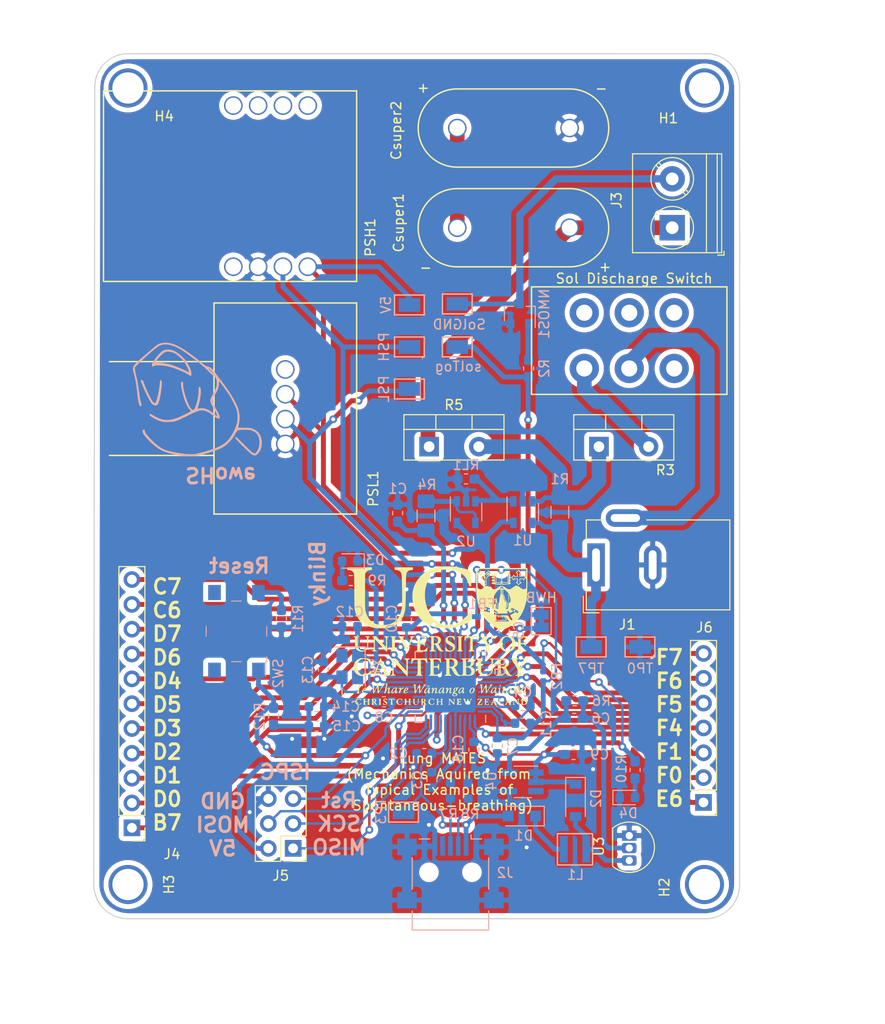
<source format=kicad_pcb>
(kicad_pcb (version 20171130) (host pcbnew 5.1.4)
  (layers (0 F.Cu signal hide) (31 B.Cu signal) (34 B.Paste user) (35 F.Paste user hide) (36 B.SilkS user) (37 F.SilkS user hide) (38 B.Mask user) (39 F.Mask user hide) (44 Edge.Cuts user))
  (net 0 "")
  (net 1 GND)
  (net 2 /solChargeCurrent)
  (net 3 /microcontroller/VUSB)
  (net 4 /microcontroller/UCAP)
  (net 5 /microcontroller/AREF)
  (net 6 /5V)
  (net 7 "Net-(C6-Pad2)")
  (net 8 "Net-(C6-Pad1)")
  (net 9 /microcontroller/AVCC)
  (net 10 "Net-(C12-Pad2)")
  (net 11 "Net-(C13-Pad1)")
  (net 12 /solenoidPWR)
  (net 13 "Net-(Csuper1-Pad2)")
  (net 14 "Net-(D1-Pad1)")
  (net 15 "Net-(D2-Pad2)")
  (net 16 "Net-(D3-Pad2)")
  (net 17 "Net-(D4-Pad2)")
  (net 18 /pwrSense)
  (net 19 /Vin)
  (net 20 "Net-(J2-Pad2)")
  (net 21 "Net-(J2-Pad3)")
  (net 22 "Net-(J2-Pad4)")
  (net 23 /solenoidGND)
  (net 24 /microcontroller/pb7)
  (net 25 /microcontroller/pc6)
  (net 26 /microcontroller/pc7)
  (net 27 /microcontroller/pd0)
  (net 28 /microcontroller/BLINKY)
  (net 29 /microcontroller/pd2)
  (net 30 /microcontroller/pd3)
  (net 31 /microcontroller/pd4)
  (net 32 /microcontroller/pd5)
  (net 33 /microcontroller/pd6)
  (net 34 /microcontroller/pd7)
  (net 35 /microcontroller/pe6)
  (net 36 /microcontroller/pf0)
  (net 37 /microcontroller/pf1)
  (net 38 /microcontroller/pf4)
  (net 39 /microcontroller/pf5)
  (net 40 /microcontroller/pf6)
  (net 41 /microcontroller/pf7)
  (net 42 /microcontroller/MISO)
  (net 43 /microcontroller/SCK)
  (net 44 /microcontroller/MOSI)
  (net 45 /microcontroller/RESET)
  (net 46 /microcontroller/HWB)
  (net 47 "Net-(NMOS1-Pad1)")
  (net 48 "Net-(PSH1-Pad5)")
  (net 49 "Net-(PSH1-Pad6)")
  (net 50 /PressureSensorHigh)
  (net 51 "Net-(PSH1-Pad7)")
  (net 52 "Net-(PSH1-Pad8)")
  (net 53 "Net-(PSH1-Pad4)")
  (net 54 "Net-(PSL1-Pad1)")
  (net 55 /PressureSensorLow1)
  (net 56 /Vin-afterSensor)
  (net 57 /solenoidToggle)
  (net 58 "Net-(R3-Pad2)")
  (net 59 "Net-(R4-Pad2)")
  (net 60 /microcontroller/D+)
  (net 61 /microcontroller/D-)
  (net 62 "Net-(R11-Pad1)")
  (net 63 "Net-(RL1-Pad1)")
  (net 64 "Net-(U4-Pad3)")
  (module "" (layer F.Cu) (at 99.8 129.9)
    (fp_text reference "" (at 0 0) (layer F.SilkS) (effects (font (size 1.27 1.27))))
    (fp_text value "" (at 0 0) (layer F.SilkS) (effects (font (size 1.27 1.27))))
  )
  (module Package_DFN_QFN:QFN-44-1EP_7x7mm_P0.5mm_EP5.2x5.2mm (layer B.Cu) (at 101 130.8 90)
    (fp_text reference U5 (at 2.1 5.1 90) (layer B.SilkS) (effects (justify mirror)))
    (fp_text value ATmega32U4-MU)
    (pad 45 smd roundrect (at 0 0 90) (size 5.2 5.2) (layers B.Cu B.Mask) (roundrect_rratio 0.048077) (net 1 GND))
    (pad 1 smd roundrect (at -3.3375 2.5 90) (size 1.075 0.25) (layers B.Cu B.Paste B.Mask) (net 35 /microcontroller/pe6))
    (pad 2 smd roundrect (at -3.3375 2 90) (size 1.075 0.25) (layers B.Cu B.Paste B.Mask) (net 6 /5V))
    (pad 3 smd roundrect (at -3.3375 1.5 90) (size 1.075 0.25) (layers B.Cu B.Paste B.Mask) (net 61 /microcontroller/D-))
    (pad 4 smd roundrect (at -3.3375 1 90) (size 1.075 0.25) (layers B.Cu B.Paste B.Mask) (net 60 /microcontroller/D+))
    (pad 5 smd roundrect (at -3.3375 0.5 90) (size 1.075 0.25) (layers B.Cu B.Paste B.Mask) (net 1 GND))
    (pad 6 smd roundrect (at -3.3375 0 90) (size 1.075 0.25) (layers B.Cu B.Paste B.Mask) (net 4 /microcontroller/UCAP))
    (pad 7 smd roundrect (at -3.3375 -0.5 90) (size 1.075 0.25) (layers B.Cu B.Paste B.Mask) (net 3 /microcontroller/VUSB))
    (pad 8 smd roundrect (at -3.3375 -1 90) (size 1.075 0.25) (layers B.Cu B.Paste B.Mask) (net 57 /solenoidToggle))
    (pad 9 smd roundrect (at -3.3375 -1.5 90) (size 1.075 0.25) (layers B.Cu B.Paste B.Mask) (net 43 /microcontroller/SCK))
    (pad 10 smd roundrect (at -3.3375 -2 90) (size 1.075 0.25) (layers B.Cu B.Paste B.Mask) (net 44 /microcontroller/MOSI))
    (pad 11 smd roundrect (at -3.3375 -2.5 90) (size 1.075 0.25) (layers B.Cu B.Paste B.Mask) (net 42 /microcontroller/MISO))
    (pad 12 smd roundrect (at -2.5 -3.3375 90) (size 0.25 1.075) (layers B.Cu B.Paste B.Mask) (net 24 /microcontroller/pb7))
    (pad 13 smd roundrect (at -2 -3.3375 90) (size 0.25 1.075) (layers B.Cu B.Paste B.Mask) (net 45 /microcontroller/RESET))
    (pad 14 smd roundrect (at -1.5 -3.3375 90) (size 0.25 1.075) (layers B.Cu B.Paste B.Mask) (net 6 /5V))
    (pad 15 smd roundrect (at -1 -3.3375 90) (size 0.25 1.075) (layers B.Cu B.Paste B.Mask) (net 1 GND))
    (pad 16 smd roundrect (at -0.5 -3.3375 90) (size 0.25 1.075) (layers B.Cu B.Paste B.Mask) (net 11 "Net-(C13-Pad1)"))
    (pad 17 smd roundrect (at 0 -3.3375 90) (size 0.25 1.075) (layers B.Cu B.Paste B.Mask) (net 10 "Net-(C12-Pad2)"))
    (pad 18 smd roundrect (at 0.5 -3.3375 90) (size 0.25 1.075) (layers B.Cu B.Paste B.Mask) (net 27 /microcontroller/pd0))
    (pad 19 smd roundrect (at 1 -3.3375 90) (size 0.25 1.075) (layers B.Cu B.Paste B.Mask) (net 28 /microcontroller/BLINKY))
    (pad 20 smd roundrect (at 1.5 -3.3375 90) (size 0.25 1.075) (layers B.Cu B.Paste B.Mask) (net 29 /microcontroller/pd2))
    (pad 21 smd roundrect (at 2 -3.3375 90) (size 0.25 1.075) (layers B.Cu B.Paste B.Mask) (net 30 /microcontroller/pd3))
    (pad 22 smd roundrect (at 2.5 -3.3375 90) (size 0.25 1.075) (layers B.Cu B.Paste B.Mask) (net 32 /microcontroller/pd5))
    (pad 23 smd roundrect (at 3.3375 -2.5 90) (size 1.075 0.25) (layers B.Cu B.Paste B.Mask) (net 1 GND))
    (pad 24 smd roundrect (at 3.3375 -2 90) (size 1.075 0.25) (layers B.Cu B.Paste B.Mask) (net 9 /microcontroller/AVCC))
    (pad 25 smd roundrect (at 3.3375 -1.5 90) (size 1.075 0.25) (layers B.Cu B.Paste B.Mask) (net 31 /microcontroller/pd4))
    (pad 26 smd roundrect (at 3.3375 -1 90) (size 1.075 0.25) (layers B.Cu B.Paste B.Mask) (net 33 /microcontroller/pd6))
    (pad 27 smd roundrect (at 3.3375 -0.5 90) (size 1.075 0.25) (layers B.Cu B.Paste B.Mask) (net 34 /microcontroller/pd7))
    (pad 28 smd roundrect (at 3.3375 0 90) (size 1.075 0.25) (layers B.Cu B.Paste B.Mask) (net 2 /solChargeCurrent))
    (pad 29 smd roundrect (at 3.3375 0.5 90) (size 1.075 0.25) (layers B.Cu B.Paste B.Mask) (net 55 /PressureSensorLow1))
    (pad 30 smd roundrect (at 3.3375 1 90) (size 1.075 0.25) (layers B.Cu B.Paste B.Mask) (net 50 /PressureSensorHigh))
    (pad 31 smd roundrect (at 3.3375 1.5 90) (size 1.075 0.25) (layers B.Cu B.Paste B.Mask) (net 25 /microcontroller/pc6))
    (pad 32 smd roundrect (at 3.3375 2 90) (size 1.075 0.25) (layers B.Cu B.Paste B.Mask) (net 26 /microcontroller/pc7))
    (pad 33 smd roundrect (at 3.3375 2.5 90) (size 1.075 0.25) (layers B.Cu B.Paste B.Mask) (net 46 /microcontroller/HWB))
    (pad 34 smd roundrect (at 2.5 3.3375 90) (size 0.25 1.075) (layers B.Cu B.Paste B.Mask) (net 6 /5V))
    (pad 35 smd roundrect (at 2 3.3375 90) (size 0.25 1.075) (layers B.Cu B.Paste B.Mask) (net 1 GND))
    (pad 36 smd roundrect (at 1.5 3.3375 90) (size 0.25 1.075) (layers B.Cu B.Paste B.Mask) (net 41 /microcontroller/pf7))
    (pad 37 smd roundrect (at 1 3.3375 90) (size 0.25 1.075) (layers B.Cu B.Paste B.Mask) (net 40 /microcontroller/pf6))
    (pad 38 smd roundrect (at 0.5 3.3375 90) (size 0.25 1.075) (layers B.Cu B.Paste B.Mask) (net 39 /microcontroller/pf5))
    (pad 39 smd roundrect (at 0 3.3375 90) (size 0.25 1.075) (layers B.Cu B.Paste B.Mask) (net 38 /microcontroller/pf4))
    (pad 40 smd roundrect (at -0.5 3.3375 90) (size 0.25 1.075) (layers B.Cu B.Paste B.Mask) (net 37 /microcontroller/pf1))
    (pad 41 smd roundrect (at -1 3.3375 90) (size 0.25 1.075) (layers B.Cu B.Paste B.Mask) (net 36 /microcontroller/pf0))
    (pad 42 smd roundrect (at -1.5 3.3375 90) (size 0.25 1.075) (layers B.Cu B.Paste B.Mask) (net 5 /microcontroller/AREF))
    (pad 43 smd roundrect (at -2 3.3375 90) (size 0.25 1.075) (layers B.Cu B.Paste B.Mask) (net 1 GND))
    (pad 44 smd roundrect (at -2.5 3.3375 90) (size 0.25 1.075) (layers B.Cu B.Paste B.Mask) (net 9 /microcontroller/AVCC))
  )
  (module SpiroParts:ma-face-SMALL (layer B.Cu) (at 74.7 101.4)
    (fp_text reference G*** hide)
    (fp_text value LOGO hide)
  )
  (module SpiroParts:UC-logo (layer F.Cu) (at 99.7 125.4)
    (fp_text reference G*** hide)
    (fp_text value LOGO hide)
  )
  (module SpiroParts:PA4334.273NLT (layer B.Cu) (at 113 147.4 270)
    (fp_text reference L1 (at 2.6 -0.8) (layer B.SilkS) (effects (justify mirror)))
    (fp_text value L_Core_Iron)
    (pad 1 smd rect (at 0 0.4 270) (size 2.7 0.8) (layers B.Cu B.Paste B.Mask) (net 14 "Net-(D1-Pad1)"))
    (pad 2 smd rect (at 0 -1.9 270) (size 2.7 0.8) (layers B.Cu B.Paste B.Mask) (net 15 "Net-(D2-Pad2)"))
  )
  (module Diode_SMD:D_SOD-123 (layer B.Cu) (at 113.8 142.4 270)
    (fp_text reference D2 (at -0.2 -2.1 90) (layer B.SilkS) (effects (justify mirror)))
    (fp_text value D_Schottky)
    (pad 1 smd rect (at -1.65 0 270) (size 0.9 1.2) (layers B.Cu B.Paste B.Mask) (net 6 /5V))
    (pad 2 smd rect (at 1.65 0 270) (size 0.9 1.2) (layers B.Cu B.Paste B.Mask) (net 15 "Net-(D2-Pad2)"))
  )
  (module Diode_SMD:D_SOD-123F (layer B.Cu) (at 108.3 144 180)
    (fp_text reference D1 (at -0.2 -2 180) (layer B.SilkS) (effects (justify mirror)))
    (fp_text value "3A 100V 0.4dV")
    (pad 1 smd rect (at -1.4 0 180) (size 1.1 1.1) (layers B.Cu B.Paste B.Mask) (net 14 "Net-(D1-Pad1)"))
    (pad 2 smd rect (at 1.4 0 180) (size 1.1 1.1) (layers B.Cu B.Paste B.Mask) (net 3 /microcontroller/VUSB))
  )
  (module Resistor_SMD:R_0603_1608Metric_Pad1.05x0.95mm_HandSolder (layer B.Cu) (at 95.6 113 90)
    (fp_text reference C1 (at 2.5 0 180) (layer B.SilkS) (effects (justify mirror)))
    (fp_text value 10n)
    (pad 2 smd roundrect (at 0.875 0 90) (size 1.05 0.95) (layers B.Cu B.Paste B.Mask) (net 1 GND))
    (pad 1 smd roundrect (at -0.875 0 90) (size 1.05 0.95) (layers B.Cu B.Paste B.Mask) (net 2 /solChargeCurrent))
  )
  (module Capacitor_SMD:C_0603_1608Metric (layer B.Cu) (at 98.3125 137.6 180)
    (fp_text reference C2 (at 2.6125 0) (layer B.SilkS) (effects (justify mirror)))
    (fp_text value 10uF)
    (pad 1 smd roundrect (at -0.7875 0 180) (size 0.875 0.95) (layers B.Cu B.Paste B.Mask) (net 3 /microcontroller/VUSB))
    (pad 2 smd roundrect (at 0.7875 0 180) (size 0.875 0.95) (layers B.Cu B.Paste B.Mask) (net 1 GND))
  )
  (module Capacitor_SMD:C_0603_1608Metric (layer B.Cu) (at 99.1 140.3 270)
    (fp_text reference C3 (at 0 1.5 90) (layer B.SilkS) (effects (justify mirror)))
    (fp_text value 1uF)
    (pad 2 smd roundrect (at 0.7875 0 270) (size 0.875 0.95) (layers B.Cu B.Paste B.Mask) (net 1 GND))
    (pad 1 smd roundrect (at -0.7875 0 270) (size 0.875 0.95) (layers B.Cu B.Paste B.Mask) (net 4 /microcontroller/UCAP))
  )
  (module Capacitor_SMD:C_0603_1608Metric (layer B.Cu) (at 108.4 132.7)
    (fp_text reference C4 (at 0 -1.4) (layer B.SilkS) (effects (justify mirror)))
    (fp_text value 1uF)
    (pad 2 smd roundrect (at 0.7875 0) (size 0.875 0.95) (layers B.Cu B.Paste B.Mask) (net 1 GND))
    (pad 1 smd roundrect (at -0.7875 0) (size 0.875 0.95) (layers B.Cu B.Paste B.Mask) (net 5 /microcontroller/AREF))
  )
  (module Capacitor_SMD:C_0603_1608Metric (layer B.Cu) (at 106.5 125.1 90)
    (fp_text reference C5 (at 0.1 1.5 270) (layer B.SilkS) (effects (justify mirror)))
    (fp_text value 100nF)
    (pad 2 smd roundrect (at 0.7875 0 90) (size 0.875 0.95) (layers B.Cu B.Paste B.Mask) (net 1 GND))
    (pad 1 smd roundrect (at -0.7875 0 90) (size 0.875 0.95) (layers B.Cu B.Paste B.Mask) (net 6 /5V))
  )
  (module Resistor_SMD:R_0603_1608Metric_Pad1.05x0.95mm_HandSolder (layer B.Cu) (at 113.675 134)
    (fp_text reference C6 (at 2.725 0) (layer B.SilkS) (effects (justify mirror)))
    (fp_text value 10nF)
    (pad 2 smd roundrect (at 0.875 0) (size 1.05 0.95) (layers B.Cu B.Paste B.Mask) (net 7 "Net-(C6-Pad2)"))
    (pad 1 smd roundrect (at -0.875 0) (size 1.05 0.95) (layers B.Cu B.Paste B.Mask) (net 8 "Net-(C6-Pad1)"))
  )
  (module Capacitor_SMD:C_0603_1608Metric (layer B.Cu) (at 105.8 136.8 270)
    (fp_text reference C7 (at 0.1 -1.6 270) (layer B.SilkS) (effects (justify mirror)))
    (fp_text value 100nF)
    (pad 2 smd roundrect (at 0.7875 0 270) (size 0.875 0.95) (layers B.Cu B.Paste B.Mask) (net 1 GND))
    (pad 1 smd roundrect (at -0.7875 0 270) (size 0.875 0.95) (layers B.Cu B.Paste B.Mask) (net 9 /microcontroller/AVCC))
  )
  (module Capacitor_SMD:C_0603_1608Metric (layer B.Cu) (at 94.2 132.3 180)
    (fp_text reference C8 (at 0 -1.6) (layer B.SilkS) (effects (justify mirror)))
    (fp_text value 100nF)
    (pad 1 smd roundrect (at -0.7875 0 180) (size 0.875 0.95) (layers B.Cu B.Paste B.Mask) (net 6 /5V))
    (pad 2 smd roundrect (at 0.7875 0 180) (size 0.875 0.95) (layers B.Cu B.Paste B.Mask) (net 1 GND))
  )
  (module Resistor_SMD:R_0603_1608Metric_Pad1.05x0.95mm_HandSolder (layer B.Cu) (at 113.6 137.7)
    (fp_text reference C9 (at 2.675 0) (layer B.SilkS) (effects (justify mirror)))
    (fp_text value 22uF)
    (pad 1 smd roundrect (at -0.875 0) (size 1.05 0.95) (layers B.Cu B.Paste B.Mask) (net 6 /5V))
    (pad 2 smd roundrect (at 0.875 0) (size 1.05 0.95) (layers B.Cu B.Paste B.Mask) (net 1 GND))
  )
  (module Capacitor_SMD:C_0603_1608Metric (layer B.Cu) (at 96.5 123.9 90)
    (fp_text reference C10 (at 0.1 -1.5 90) (layer B.SilkS) (effects (justify mirror)))
    (fp_text value 100nF)
    (pad 2 smd roundrect (at 0.7875 0 90) (size 0.875 0.95) (layers B.Cu B.Paste B.Mask) (net 1 GND))
    (pad 1 smd roundrect (at -0.7875 0 90) (size 0.875 0.95) (layers B.Cu B.Paste B.Mask) (net 9 /microcontroller/AVCC))
  )
  (module Capacitor_SMD:C_0603_1608Metric (layer B.Cu) (at 108.4 134.5 180)
    (fp_text reference C11 (at -2.4 -0.1 90) (layer B.SilkS) (effects (justify mirror)))
    (fp_text value 100nF)
    (pad 1 smd roundrect (at -0.7875 0 180) (size 0.875 0.95) (layers B.Cu B.Paste B.Mask) (net 9 /microcontroller/AVCC))
    (pad 2 smd roundrect (at 0.7875 0 180) (size 0.875 0.95) (layers B.Cu B.Paste B.Mask) (net 1 GND))
  )
  (module Capacitor_SMD:C_0603_1608Metric (layer B.Cu) (at 90.7 124.6)
    (fp_text reference C12 (at 0 -1.5) (layer B.SilkS) (effects (justify mirror)))
    (fp_text value 22pF)
    (pad 1 smd roundrect (at -0.7875 0) (size 0.875 0.95) (layers B.Cu B.Paste B.Mask) (net 1 GND))
    (pad 2 smd roundrect (at 0.7875 0) (size 0.875 0.95) (layers B.Cu B.Paste B.Mask) (net 10 "Net-(C12-Pad2)"))
  )
  (module Capacitor_SMD:C_0603_1608Metric (layer B.Cu) (at 88 129 90)
    (fp_text reference C13 (at -0.0375 -1.6 90) (layer B.SilkS) (effects (justify mirror)))
    (fp_text value 22pF)
    (pad 2 smd roundrect (at 0.7875 0 90) (size 0.875 0.95) (layers B.Cu B.Paste B.Mask) (net 1 GND))
    (pad 1 smd roundrect (at -0.7875 0 90) (size 0.875 0.95) (layers B.Cu B.Paste B.Mask) (net 11 "Net-(C13-Pad1)"))
  )
  (module Capacitor_SMD:C_0603_1608Metric (layer B.Cu) (at 87.3 132.8)
    (fp_text reference C14 (at 3 0) (layer B.SilkS) (effects (justify mirror)))
    (fp_text value 100nF)
    (pad 1 smd roundrect (at -0.7875 0) (size 0.875 0.95) (layers B.Cu B.Paste B.Mask) (net 6 /5V))
    (pad 2 smd roundrect (at 0.7875 0) (size 0.875 0.95) (layers B.Cu B.Paste B.Mask) (net 1 GND))
  )
  (module Capacitor_SMD:C_0603_1608Metric (layer B.Cu) (at 87.3 134.8)
    (fp_text reference C15 (at 3.1 0) (layer B.SilkS) (effects (justify mirror)))
    (fp_text value 100nF)
    (pad 1 smd roundrect (at -0.7875 0) (size 0.875 0.95) (layers B.Cu B.Paste B.Mask) (net 6 /5V))
    (pad 2 smd roundrect (at 0.7875 0) (size 0.875 0.95) (layers B.Cu B.Paste B.Mask) (net 1 GND))
  )
  (module SpiroParts:SCMR18H105PRBB0-SuperCap1F (layer F.Cu) (at 113.2 83.8 270)
    (fp_text reference Csuper1 (at -0.5 17.5 90) (layer F.SilkS))
    (fp_text value 1F)
    (fp_text user + (at 4.064 -3.556 90) (layer F.SilkS))
    (fp_text user - (at 4.064 14.732) (layer F.SilkS))
    (pad 1 thru_hole circle (at 0 0 270) (size 1.9 1.9) (drill 1.6) (layers *.Cu *.Mask) (net 12 /solenoidPWR))
    (pad 2 thru_hole circle (at 0 11.5 270) (size 1.9 1.9) (drill 1.6) (layers *.Cu *.Mask) (net 13 "Net-(Csuper1-Pad2)"))
  )
  (module SpiroParts:SCMR18H105PRBB0-SuperCap1F (layer F.Cu) (at 101.7 73.6 90)
    (fp_text reference Csuper2 (at -0.25 -6.25 90) (layer F.SilkS))
    (fp_text value 1F)
    (fp_text user - (at 4.064 14.732) (layer F.SilkS))
    (fp_text user + (at 4.064 -3.556 90) (layer F.SilkS))
    (pad 2 thru_hole circle (at 0 11.5 90) (size 1.9 1.9) (drill 1.6) (layers *.Cu *.Mask) (net 1 GND))
    (pad 1 thru_hole circle (at 0 0 90) (size 1.9 1.9) (drill 1.6) (layers *.Cu *.Mask) (net 13 "Net-(Csuper1-Pad2)"))
  )
  (module LED_SMD:LED_0603_1608Metric (layer B.Cu) (at 90.7 117.9 180)
    (fp_text reference D3 (at -2.6 0.1 180) (layer B.SilkS) (effects (justify mirror)))
    (fp_text value LED)
    (pad 1 smd roundrect (at -0.7875 0 180) (size 0.875 0.95) (layers B.Cu B.Paste B.Mask) (net 1 GND))
    (pad 2 smd roundrect (at 0.7875 0 180) (size 0.875 0.95) (layers B.Cu B.Paste B.Mask) (net 16 "Net-(D3-Pad2)"))
  )
  (module LED_SMD:LED_0603_1608Metric (layer B.Cu) (at 119.1125 142.1)
    (fp_text reference D4 (at 0.0875 1.6) (layer B.SilkS) (effects (justify mirror)))
    (fp_text value LED)
    (pad 2 smd roundrect (at 0.7875 0) (size 0.875 0.95) (layers B.Cu B.Paste B.Mask) (net 17 "Net-(D4-Pad2)"))
    (pad 1 smd roundrect (at -0.7875 0) (size 0.875 0.95) (layers B.Cu B.Paste B.Mask) (net 1 GND))
  )
  (module Resistor_SMD:R_0402_1005Metric (layer B.Cu) (at 104.3 123.6 180)
    (fp_text reference FB1 (at 0.1 1.3) (layer B.SilkS) (effects (justify mirror)))
    (fp_text value Ferrite_Bead)
    (pad 1 smd roundrect (at -0.485 0 180) (size 0.59 0.64) (layers B.Cu B.Paste B.Mask) (net 6 /5V))
    (pad 2 smd roundrect (at 0.485 0 180) (size 0.59 0.64) (layers B.Cu B.Paste B.Mask) (net 9 /microcontroller/AVCC))
  )
  (module Resistor_SMD:R_0402_1005Metric (layer B.Cu) (at 110.5 129.7 270)
    (fp_text reference FB2 (at 0 -1.4 90) (layer B.SilkS) (effects (justify mirror)))
    (fp_text value Ferrite_Bead)
    (pad 2 smd roundrect (at 0.485 0 270) (size 0.59 0.64) (layers B.Cu B.Paste B.Mask) (net 9 /microcontroller/AVCC))
    (pad 1 smd roundrect (at -0.485 0 270) (size 0.59 0.64) (layers B.Cu B.Paste B.Mask) (net 6 /5V))
  )
  (module MountingHole:MountingHole_3.2mm_M3 (layer F.Cu) (at 127 69.5)
    (fp_text reference H1 (at -3.7 3.1 180) (layer F.SilkS))
    (fp_text value MountingHole)
    (pad "" np_thru_hole circle (at 0 0) (size 4 4) (drill 3.2) (layers *.Cu *.Mask))
  )
  (module MountingHole:MountingHole_3.2mm_M3 (layer F.Cu) (at 127 151)
    (fp_text reference H2 (at -4.1 0.3 90) (layer F.SilkS))
    (fp_text value MountingHole)
    (pad "" np_thru_hole circle (at 0 0) (size 4 4) (drill 3.2) (layers *.Cu *.Mask))
  )
  (module MountingHole:MountingHole_3.2mm_M3 (layer F.Cu) (at 68 151)
    (fp_text reference H3 (at 4.2 0 90) (layer F.SilkS))
    (fp_text value MountingHole)
    (pad "" np_thru_hole circle (at 0 0) (size 4 4) (drill 3.2) (layers *.Cu *.Mask))
  )
  (module MountingHole:MountingHole_3.2mm_M3 (layer F.Cu) (at 68 69.5)
    (fp_text reference H4 (at 3.7 2.9 180) (layer F.SilkS))
    (fp_text value MountingHole)
    (pad "" np_thru_hole circle (at 0 0) (size 4 4) (drill 3.2) (layers *.Cu *.Mask))
  )
  (module Connector_BarrelJack:BarrelJack_Wuerth_6941xx301002 (layer F.Cu) (at 115.9 118.3 90)
    (fp_text reference J1 (at -6.1 3.2 180) (layer F.SilkS))
    (fp_text value Barrel_Jack_Switch)
    (pad 3 thru_hole oval (at 4.8 3 180) (size 4 1.8) (drill oval 3 0.8) (layers *.Cu *.Mask) (net 18 /pwrSense))
    (pad 2 thru_hole oval (at 0 5.8 90) (size 4 1.8) (drill oval 3 0.8) (layers *.Cu *.Mask) (net 1 GND))
    (pad 1 thru_hole rect (at 0 0 90) (size 4.4 1.8) (drill oval 3.4 0.8) (layers *.Cu *.Mask) (net 19 /Vin))
  )
  (module Connector_USB:USB_Mini-B_Lumberg_2486_01_Horizontal (layer B.Cu) (at 101 149.75 180)
    (fp_text reference J2 (at -5.6 -0.05) (layer B.SilkS) (effects (justify mirror)))
    (fp_text value USB_B_Mini)
    (pad 1 smd rect (at -1.6 2.7 180) (size 0.5 2) (layers B.Cu B.Paste B.Mask) (net 3 /microcontroller/VUSB))
    (pad 2 smd rect (at -0.8 2.7 180) (size 0.5 2) (layers B.Cu B.Paste B.Mask) (net 20 "Net-(J2-Pad2)"))
    (pad 3 smd rect (at 0 2.7 180) (size 0.5 2) (layers B.Cu B.Paste B.Mask) (net 21 "Net-(J2-Pad3)"))
    (pad 4 smd rect (at 0.8 2.7 180) (size 0.5 2) (layers B.Cu B.Paste B.Mask) (net 22 "Net-(J2-Pad4)"))
    (pad 5 smd rect (at 1.6 2.7 180) (size 0.5 2) (layers B.Cu B.Paste B.Mask) (net 1 GND))
    (pad 6 smd rect (at -4.45 2.6 180) (size 2 1.7) (layers B.Cu B.Paste B.Mask) (net 1 GND))
    (pad 6 smd rect (at -4.45 -2.85 180) (size 2 1.7) (layers B.Cu B.Paste B.Mask) (net 1 GND))
    (pad 6 smd rect (at 4.45 2.6 180) (size 2 1.7) (layers B.Cu B.Paste B.Mask) (net 1 GND))
    (pad 6 smd rect (at 4.45 -2.85 180) (size 2 1.7) (layers B.Cu B.Paste B.Mask) (net 1 GND))
    (pad "" np_thru_hole circle (at -2.2 0 180) (size 1 1) (drill 1) (layers *.Cu *.Mask))
    (pad "" np_thru_hole circle (at 2.2 0 180) (size 1 1) (drill 1) (layers *.Cu *.Mask))
  )
  (module TerminalBlock_Phoenix:TerminalBlock_Phoenix_PT-1,5-2-5.0-H_1x02_P5.00mm_Horizontal (layer F.Cu) (at 123.7 83.8 90)
    (fp_text reference J3 (at 2.8 -5.7 90) (layer F.SilkS))
    (fp_text value Screw_Terminal_01x02)
    (pad 1 thru_hole rect (at 0 0 90) (size 2.6 2.6) (drill 1.3) (layers *.Cu *.Mask) (net 12 /solenoidPWR))
    (pad 2 thru_hole circle (at 5 0 90) (size 2.6 2.6) (drill 1.3) (layers *.Cu *.Mask) (net 23 /solenoidGND))
  )
  (module Connector_PinHeader_2.54mm:PinHeader_2x03_P2.54mm_Vertical (layer F.Cu) (at 84.9 147.3 180)
    (fp_text reference J5 (at 1.27 -2.8) (layer F.SilkS))
    (fp_text value Conn_02x03_Odd_Even)
    (pad 1 thru_hole rect (at 0 0 180) (size 1.7 1.7) (drill 1) (layers *.Cu *.Mask) (net 42 /microcontroller/MISO))
    (pad 2 thru_hole oval (at 2.54 0 180) (size 1.7 1.7) (drill 1) (layers *.Cu *.Mask) (net 6 /5V))
    (pad 3 thru_hole oval (at 0 2.54 180) (size 1.7 1.7) (drill 1) (layers *.Cu *.Mask) (net 43 /microcontroller/SCK))
    (pad 4 thru_hole oval (at 2.54 2.54 180) (size 1.7 1.7) (drill 1) (layers *.Cu *.Mask) (net 44 /microcontroller/MOSI))
    (pad 5 thru_hole oval (at 0 5.08 180) (size 1.7 1.7) (drill 1) (layers *.Cu *.Mask) (net 45 /microcontroller/RESET))
    (pad 6 thru_hole oval (at 2.54 5.08 180) (size 1.7 1.7) (drill 1) (layers *.Cu *.Mask) (net 1 GND))
  )
  (module Jumper:SolderJumper-2_P1.3mm_Bridged_Pad1.0x1.5mm (layer B.Cu) (at 110.3 124.05 90)
    (fp_text reference HWB (at 2.4 0) (layer B.SilkS) (effects (justify mirror)))
    (fp_text value Jumper_2_Bridged)
    (fp_poly (pts (xy -0.25 0.3) (xy 0.25 0.3) (xy 0.25 -0.3) (xy -0.25 -0.3)) (layer B.Cu) (width 0))
    (pad 1 smd rect (at -0.65 0 90) (size 1 1.5) (layers B.Cu B.Mask) (net 46 /microcontroller/HWB))
    (pad 2 smd rect (at 0.65 0 90) (size 1 1.5) (layers B.Cu B.Mask) (net 1 GND))
  )
  (module Package_TO_SOT_SMD:SOT-23 (layer B.Cu) (at 108.1 92.6 90)
    (fp_text reference NMOS1 (at 0 2.5 270) (layer B.SilkS) (effects (justify mirror)))
    (fp_text value 2N7002)
    (pad 1 smd rect (at -1 0.95 90) (size 0.9 0.8) (layers B.Cu B.Paste B.Mask) (net 47 "Net-(NMOS1-Pad1)"))
    (pad 2 smd rect (at -1 -0.95 90) (size 0.9 0.8) (layers B.Cu B.Paste B.Mask) (net 1 GND))
    (pad 3 smd rect (at 1 0 90) (size 0.9 0.8) (layers B.Cu B.Paste B.Mask) (net 23 /solenoidGND))
  )
  (module SpiroParts:ASDXRRX001PDAA5-PressureSensor (layer F.Cu) (at 86.4 71.3 270)
    (fp_text reference PSH1 (at 13.5 -6.4 90) (layer F.SilkS))
    (fp_text value ASDXRRX001PDAA5)
    (pad 5 thru_hole circle (at 0 0 270) (size 1.9 1.9) (drill 1.6) (layers *.Cu *.Mask) (net 48 "Net-(PSH1-Pad5)"))
    (pad 1 thru_hole circle (at 16.489999 0 270) (size 1.9 1.9) (drill 1.6) (layers *.Cu *.Mask) (net 6 /5V))
    (pad 6 thru_hole circle (at 0 2.54 270) (size 1.9 1.9) (drill 1.6) (layers *.Cu *.Mask) (net 49 "Net-(PSH1-Pad6)"))
    (pad 2 thru_hole circle (at 16.489999 2.54 270) (size 1.9 1.9) (drill 1.6) (layers *.Cu *.Mask) (net 50 /PressureSensorHigh))
    (pad 7 thru_hole circle (at 0 5.08 270) (size 1.9 1.9) (drill 1.6) (layers *.Cu *.Mask) (net 51 "Net-(PSH1-Pad7)"))
    (pad 3 thru_hole circle (at 16.489999 5.08 270) (size 1.9 1.9) (drill 1.6) (layers *.Cu *.Mask) (net 1 GND))
    (pad 8 thru_hole circle (at 0 7.62 270) (size 1.9 1.9) (drill 1.6) (layers *.Cu *.Mask) (net 52 "Net-(PSH1-Pad8)"))
    (pad 4 thru_hole circle (at 16.489999 7.62 270) (size 1.9 1.9) (drill 1.6) (layers *.Cu *.Mask) (net 53 "Net-(PSH1-Pad4)"))
  )
  (module SpiroParts:SSCSNBN001NDAA5 (layer F.Cu) (at 84.1 98.3 270)
    (fp_text reference PSL1 (at 12.2 -9 90) (layer F.SilkS))
    (fp_text value SSCSNBN001NDAA5)
    (pad 1 thru_hole circle (at 0 0 270) (size 1.9 1.9) (drill 1.6) (layers *.Cu *.Mask) (net 54 "Net-(PSL1-Pad1)"))
    (pad 2 thru_hole circle (at 2.54 0 270) (size 1.9 1.9) (drill 1.6) (layers *.Cu *.Mask) (net 6 /5V))
    (pad 3 thru_hole circle (at 5.08 0 270) (size 1.9 1.9) (drill 1.6) (layers *.Cu *.Mask) (net 55 /PressureSensorLow1))
    (pad 4 thru_hole circle (at 7.62 0 270) (size 1.9 1.9) (drill 1.6) (layers *.Cu *.Mask) (net 1 GND))
  )
  (module Resistor_SMD:R_0603_1608Metric_Pad1.05x0.95mm_HandSolder (layer B.Cu) (at 109 98.2 270)
    (fp_text reference R2 (at 0 -1.6 90) (layer B.SilkS) (effects (justify mirror)))
    (fp_text value 1K)
    (pad 2 smd roundrect (at 0.875 0 270) (size 1.05 0.95) (layers B.Cu B.Paste B.Mask) (net 57 /solenoidToggle))
    (pad 1 smd roundrect (at -0.875 0 270) (size 1.05 0.95) (layers B.Cu B.Paste B.Mask) (net 47 "Net-(NMOS1-Pad1)"))
  )
  (module Resistor_SMD:R_1206_3216Metric_Pad1.42x1.75mm_HandSolder (layer B.Cu) (at 98.5 113.2875 90)
    (fp_text reference R4 (at 3.1875 0.1 180) (layer B.SilkS) (effects (justify mirror)))
    (fp_text value 160)
    (pad 1 smd roundrect (at -1.4875 0 90) (size 1.425 1.75) (layers B.Cu B.Paste B.Mask) (roundrect_rratio 0.175439) (net 2 /solChargeCurrent))
    (pad 2 smd roundrect (at 1.4875 0 90) (size 1.425 1.75) (layers B.Cu B.Paste B.Mask) (roundrect_rratio 0.175439) (net 59 "Net-(R4-Pad2)"))
  )
  (module Resistor_SMD:R_0603_1608Metric_Pad1.05x0.95mm_HandSolder (layer B.Cu) (at 113.725 132.2)
    (fp_text reference R6 (at 2.725 0) (layer B.SilkS) (effects (justify mirror)))
    (fp_text value 300)
    (pad 1 smd roundrect (at -0.875 0) (size 1.05 0.95) (layers B.Cu B.Paste B.Mask) (net 8 "Net-(C6-Pad1)"))
    (pad 2 smd roundrect (at 0.875 0) (size 1.05 0.95) (layers B.Cu B.Paste B.Mask) (net 7 "Net-(C6-Pad2)"))
  )
  (module Resistor_SMD:R_0603_1608Metric (layer B.Cu) (at 101 141.3875 270)
    (fp_text reference R7 (at 2.4125 0.2) (layer B.SilkS) (effects (justify mirror)))
    (fp_text value 22)
    (pad 2 smd roundrect (at 0.7875 0 270) (size 0.875 0.95) (layers B.Cu B.Paste B.Mask) (net 21 "Net-(J2-Pad3)"))
    (pad 1 smd roundrect (at -0.7875 0 270) (size 0.875 0.95) (layers B.Cu B.Paste B.Mask) (net 60 /microcontroller/D+))
  )
  (module Resistor_SMD:R_0603_1608Metric (layer B.Cu) (at 102.8 141.4125 90)
    (fp_text reference R8 (at -2.3875 0.2) (layer B.SilkS) (effects (justify mirror)))
    (fp_text value 22)
    (pad 1 smd roundrect (at -0.7875 0 90) (size 0.875 0.95) (layers B.Cu B.Paste B.Mask) (net 20 "Net-(J2-Pad2)"))
    (pad 2 smd roundrect (at 0.7875 0 90) (size 0.875 0.95) (layers B.Cu B.Paste B.Mask) (net 61 /microcontroller/D-))
  )
  (module Resistor_SMD:R_0603_1608Metric_Pad1.05x0.95mm_HandSolder (layer B.Cu) (at 90.8 119.9)
    (fp_text reference R9 (at 2.7 0 180) (layer B.SilkS) (effects (justify mirror)))
    (fp_text value 1K)
    (pad 1 smd roundrect (at -0.875 0) (size 1.05 0.95) (layers B.Cu B.Paste B.Mask) (net 16 "Net-(D3-Pad2)"))
    (pad 2 smd roundrect (at 0.875 0) (size 1.05 0.95) (layers B.Cu B.Paste B.Mask) (net 28 /microcontroller/BLINKY))
  )
  (module Resistor_SMD:R_0603_1608Metric_Pad1.05x0.95mm_HandSolder (layer B.Cu) (at 119.9 139.275 90)
    (fp_text reference R10 (at 0.1 -1.4 90) (layer B.SilkS) (effects (justify mirror)))
    (fp_text value 1K)
    (pad 2 smd roundrect (at 0.875 0 90) (size 1.05 0.95) (layers B.Cu B.Paste B.Mask) (net 6 /5V))
    (pad 1 smd roundrect (at -0.875 0 90) (size 1.05 0.95) (layers B.Cu B.Paste B.Mask) (net 17 "Net-(D4-Pad2)"))
  )
  (module Resistor_SMD:R_0603_1608Metric_Pad1.05x0.95mm_HandSolder (layer B.Cu) (at 83.7 123.8 270)
    (fp_text reference R11 (at 0 -1.7 90) (layer B.SilkS) (effects (justify mirror)))
    (fp_text value 220)
    (pad 2 smd roundrect (at 0.875 0 270) (size 1.05 0.95) (layers B.Cu B.Paste B.Mask) (net 1 GND))
    (pad 1 smd roundrect (at -0.875 0 270) (size 1.05 0.95) (layers B.Cu B.Paste B.Mask) (net 62 "Net-(R11-Pad1)"))
  )
  (module Resistor_SMD:R_0603_1608Metric_Pad1.05x0.95mm_HandSolder (layer B.Cu) (at 82.9 133.8 270)
    (fp_text reference R12 (at 0 1.43 90) (layer B.SilkS) (effects (justify mirror)))
    (fp_text value 10K)
    (pad 1 smd roundrect (at -0.875 0 270) (size 1.05 0.95) (layers B.Cu B.Paste B.Mask) (net 45 /microcontroller/RESET))
    (pad 2 smd roundrect (at 0.875 0 270) (size 1.05 0.95) (layers B.Cu B.Paste B.Mask) (net 6 /5V))
  )
  (module Resistor_SMD:R_0603_1608Metric_Pad1.05x0.95mm_HandSolder (layer B.Cu) (at 102.6 109.5 180)
    (fp_text reference RL1 (at 0 1.43) (layer B.SilkS) (effects (justify mirror)))
    (fp_text value 250k)
    (pad 1 smd roundrect (at -0.875 0 180) (size 1.05 0.95) (layers B.Cu B.Paste B.Mask) (net 63 "Net-(RL1-Pad1)"))
    (pad 2 smd roundrect (at 0.875 0 180) (size 1.05 0.95) (layers B.Cu B.Paste B.Mask) (net 1 GND))
  )
  (module DigiKey-gitClone:Switch_Tactile_SMD_6x6mm_PTS645 (layer B.Cu) (at 79.1 125.1 90)
    (fp_text reference SW2 (at -4.3 4.27 90) (layer B.SilkS) (effects (justify mirror)))
    (fp_text value SW_Push)
    (pad 1 smd rect (at -3.975 2.25 90) (size 1.55 1.3) (layers B.Cu B.Paste B.Mask) (net 45 /microcontroller/RESET))
    (pad 2 smd rect (at 3.975 2.25 90) (size 1.55 1.3) (layers B.Cu B.Paste B.Mask) (net 62 "Net-(R11-Pad1)"))
    (pad 3 smd rect (at -3.975 -2.25 90) (size 1.55 1.3) (layers B.Cu B.Paste B.Mask))
    (pad 4 smd rect (at 3.975 -2.25 90) (size 1.55 1.3) (layers B.Cu B.Paste B.Mask))
  )
  (module SpiroParts:testPoint-2.2x1.4 (layer B.Cu) (at 120.4 126.7)
    (fp_text reference TP0 (at 0 2.2) (layer B.SilkS) (effects (justify mirror)))
    (fp_text value TestPoint)
    (pad 1 smd rect (at 0 0) (size 2.2 1.4) (layers B.Cu B.Paste B.Mask) (net 1 GND))
  )
  (module SpiroParts:testPoint-2.2x1.4 (layer B.Cu) (at 96.8 96)
    (fp_text reference PSH (at -2.6 0 90) (layer B.SilkS) (effects (justify mirror)))
    (fp_text value TestPoint)
    (pad 1 smd rect (at 0 0) (size 2.2 1.4) (layers B.Cu B.Paste B.Mask) (net 50 /PressureSensorHigh))
  )
  (module SpiroParts:testPoint-2.2x1.4 (layer B.Cu) (at 96.8 100.3)
    (fp_text reference PSL (at -2.6 0 90) (layer B.SilkS) (effects (justify mirror)))
    (fp_text value TestPoint)
    (pad 1 smd rect (at 0 0) (size 2.2 1.4) (layers B.Cu B.Paste B.Mask) (net 55 /PressureSensorLow1))
  )
  (module SpiroParts:testPoint-2.2x1.4 (layer B.Cu) (at 96.8 91.7)
    (fp_text reference 5V (at -2.4 0 90) (layer B.SilkS) (effects (justify mirror)))
    (fp_text value TestPoint)
    (pad 1 smd rect (at 0 0) (size 2.2 1.4) (layers B.Cu B.Paste B.Mask) (net 6 /5V))
  )
  (module SpiroParts:testPoint-2.2x1.4 (layer B.Cu) (at 101.7 96)
    (fp_text reference solTog (at 0.1 2 180) (layer B.SilkS) (effects (justify mirror)))
    (fp_text value TestPoint)
    (pad 1 smd rect (at 0 0) (size 2.2 1.4) (layers B.Cu B.Paste B.Mask) (net 57 /solenoidToggle))
  )
  (module SpiroParts:testPoint-2.2x1.4 (layer B.Cu) (at 115.4 126.7)
    (fp_text reference TP7 (at 0 2.2 -180) (layer B.SilkS) (effects (justify mirror)))
    (fp_text value TestPoint)
    (pad 1 smd rect (at 0 0) (size 2.2 1.4) (layers B.Cu B.Paste B.Mask) (net 19 /Vin))
  )
  (module SpiroParts:testPoint-2.2x1.4 (layer B.Cu) (at 101.7 91.6)
    (fp_text reference SolGND (at 0.2 2.1 180) (layer B.SilkS) (effects (justify mirror)))
    (fp_text value TestPoint)
    (pad 1 smd rect (at 0 0) (size 2.2 1.4) (layers B.Cu B.Paste B.Mask) (net 23 /solenoidGND))
  )
  (module Package_TO_SOT_SMD:SOT-23-5 (layer B.Cu) (at 108.4 112.9 270)
    (fp_text reference U1 (at 2.9 0) (layer B.SilkS) (effects (justify mirror)))
    (fp_text value INA168)
    (pad 5 smd rect (at 1.1 0.95 270) (size 1.06 0.65) (layers B.Cu B.Paste B.Mask) (net 6 /5V))
    (pad 4 smd rect (at 1.1 -0.95 270) (size 1.06 0.65) (layers B.Cu B.Paste B.Mask) (net 19 /Vin))
    (pad 3 smd rect (at -1.1 -0.95 270) (size 1.06 0.65) (layers B.Cu B.Paste B.Mask) (net 56 /Vin-afterSensor))
    (pad 2 smd rect (at -1.1 0 270) (size 1.06 0.65) (layers B.Cu B.Paste B.Mask) (net 1 GND))
    (pad 1 smd rect (at -1.1 0.95 270) (size 1.06 0.65) (layers B.Cu B.Paste B.Mask) (net 63 "Net-(RL1-Pad1)"))
  )
  (module Package_TO_SOT_SMD:SOT-23-5 (layer B.Cu) (at 102.6 112.9 270)
    (fp_text reference U2 (at 3 0 180) (layer B.SilkS) (effects (justify mirror)))
    (fp_text value OPA340NA)
    (pad 1 smd rect (at -1.1 0.95 270) (size 1.06 0.65) (layers B.Cu B.Paste B.Mask) (net 59 "Net-(R4-Pad2)"))
    (pad 2 smd rect (at -1.1 0 270) (size 1.06 0.65) (layers B.Cu B.Paste B.Mask) (net 1 GND))
    (pad 3 smd rect (at -1.1 -0.95 270) (size 1.06 0.65) (layers B.Cu B.Paste B.Mask) (net 63 "Net-(RL1-Pad1)"))
    (pad 4 smd rect (at 1.1 -0.95 270) (size 1.06 0.65) (layers B.Cu B.Paste B.Mask) (net 59 "Net-(R4-Pad2)"))
    (pad 5 smd rect (at 1.1 0.95 270) (size 1.06 0.65) (layers B.Cu B.Paste B.Mask) (net 6 /5V))
  )
  (module Package_TO_SOT_THT:TO-92L_Inline (layer F.Cu) (at 119.3 146 270)
    (fp_text reference U3 (at 1.1 3.1 90) (layer F.SilkS))
    (fp_text value ZTX690B-ND)
    (pad 2 thru_hole roundrect (at 1.27 0 270) (size 1.05 1.5) (drill 0.75) (layers *.Cu *.Mask) (net 7 "Net-(C6-Pad2)"))
    (pad 3 thru_hole roundrect (at 2.54 0 270) (size 1.05 1.5) (drill 0.75) (layers *.Cu *.Mask) (net 15 "Net-(D2-Pad2)"))
    (pad 1 thru_hole rect (at 0 0 270) (size 1.05 1.5) (drill 0.75) (layers *.Cu *.Mask) (net 1 GND))
  )
  (module Package_TO_SOT_SMD:SOT-23-5_HandSoldering (layer B.Cu) (at 108.4 140.5 180)
    (fp_text reference U4 (at 3.2 0.1 270) (layer B.SilkS) (effects (justify mirror)))
    (fp_text value RT9261A-50GB)
    (pad 1 smd rect (at -1.35 0.95 180) (size 1.56 0.65) (layers B.Cu B.Paste B.Mask) (net 6 /5V))
    (pad 2 smd rect (at -1.35 0 180) (size 1.56 0.65) (layers B.Cu B.Paste B.Mask) (net 6 /5V))
    (pad 3 smd rect (at -1.35 -0.95 180) (size 1.56 0.65) (layers B.Cu B.Paste B.Mask) (net 64 "Net-(U4-Pad3)"))
    (pad 4 smd rect (at 1.35 -0.95 180) (size 1.56 0.65) (layers B.Cu B.Paste B.Mask) (net 1 GND))
    (pad 5 smd rect (at 1.35 0.95 180) (size 1.56 0.65) (layers B.Cu B.Paste B.Mask) (net 8 "Net-(C6-Pad1)"))
  )
  (module SpiroParts:Crystal_SMD_SeikoEpson_TSX3225-4Pin_3.2x2.5mm (layer B.Cu) (at 90.7 128.7 270)
    (fp_text reference Y1 (at 0.1 -2.8 90) (layer B.SilkS) (effects (justify mirror)))
    (fp_text value 16MHz)
    (pad 1 smd rect (at -1.1 -0.8 270) (size 1.4 1.15) (layers B.Cu B.Paste B.Mask) (net 10 "Net-(C12-Pad2)"))
    (pad 3 smd rect (at 1.1 -0.8 270) (size 1.4 1.15) (layers B.Cu B.Paste B.Mask))
    (pad 2 smd rect (at 1.1 0.8 270) (size 1.4 1.15) (layers B.Cu B.Paste B.Mask) (net 11 "Net-(C13-Pad1)"))
    (pad 4 smd rect (at -1.1 0.8 270) (size 1.4 1.15) (layers B.Cu B.Paste B.Mask))
  )
  (module SpiroParts:Slide_Switch_SPST_Through_Hole (layer F.Cu) (at 123.9 92.5 270)
    (fp_text reference "Sol Discharge Switch" (at -3.5 4.1) (layer F.SilkS))
    (fp_text value SW_Push_Open)
    (pad 6 thru_hole circle (at 0 0 270) (size 3 3) (drill 1.65) (layers *.Cu *.Mask))
    (pad 3 thru_hole circle (at 5.7 0 270) (size 3 3) (drill 1.65) (layers *.Cu *.Mask))
    (pad 5 thru_hole circle (at 0 4.6 270) (size 3 3) (drill 1.65) (layers *.Cu *.Mask))
    (pad 2 thru_hole circle (at 5.7 4.6 270) (size 3 3) (drill 1.65) (layers *.Cu *.Mask) (net 18 /pwrSense))
    (pad 4 thru_hole circle (at 0 9.2 270) (size 3 3) (drill 1.65) (layers *.Cu *.Mask))
    (pad 1 thru_hole circle (at 5.7 9.2 270) (size 3 3) (drill 1.65) (layers *.Cu *.Mask) (net 58 "Net-(R3-Pad2)"))
  )
  (module Resistor_SMD:R_1206_3216Metric_Pad1.42x1.75mm_HandSolder (layer B.Cu) (at 112.2 112.9125 90)
    (fp_text reference R1 (at 3.3875 0) (layer B.SilkS) (effects (justify mirror)))
    (fp_text value 0.062)
    (pad 1 smd roundrect (at -1.4875 0 90) (size 1.425 1.75) (layers B.Cu B.Paste B.Mask) (roundrect_rratio 0.175439) (net 19 /Vin))
    (pad 2 smd roundrect (at 1.4875 0 90) (size 1.425 1.75) (layers B.Cu B.Paste B.Mask) (roundrect_rratio 0.175439) (net 56 /Vin-afterSensor))
  )
  (module Capacitor_SMD:C_0603_1608Metric (layer B.Cu) (at 103.4 137.2 270)
    (fp_text reference C16 (at -0.1 1.6 90) (layer B.SilkS) (effects (justify mirror)))
    (fp_text value 100nF)
    (pad 1 smd roundrect (at -0.7875 0 270) (size 0.875 0.95) (layers B.Cu B.Paste B.Mask) (net 6 /5V))
    (pad 2 smd roundrect (at 0.7875 0 270) (size 0.875 0.95) (layers B.Cu B.Paste B.Mask) (net 1 GND))
  )
  (module Connector_PinHeader_2.54mm:PinHeader_1x11_P2.54mm_Vertical (layer F.Cu) (at 68.4 145.2 180)
    (fp_text reference J4 (at -4.1 -2.7) (layer F.SilkS))
    (fp_text value Conn_01x11_Female)
    (pad 1 thru_hole rect (at 0 0 180) (size 1.7 1.7) (drill 1) (layers *.Cu *.Mask) (net 24 /microcontroller/pb7))
    (pad 2 thru_hole oval (at 0 2.54 180) (size 1.7 1.7) (drill 1) (layers *.Cu *.Mask) (net 27 /microcontroller/pd0))
    (pad 3 thru_hole oval (at 0 5.08 180) (size 1.7 1.7) (drill 1) (layers *.Cu *.Mask) (net 28 /microcontroller/BLINKY))
    (pad 4 thru_hole oval (at 0 7.62 180) (size 1.7 1.7) (drill 1) (layers *.Cu *.Mask) (net 29 /microcontroller/pd2))
    (pad 5 thru_hole oval (at 0 10.16 180) (size 1.7 1.7) (drill 1) (layers *.Cu *.Mask) (net 30 /microcontroller/pd3))
    (pad 6 thru_hole oval (at 0 12.7 180) (size 1.7 1.7) (drill 1) (layers *.Cu *.Mask) (net 32 /microcontroller/pd5))
    (pad 7 thru_hole oval (at 0 15.24 180) (size 1.7 1.7) (drill 1) (layers *.Cu *.Mask) (net 31 /microcontroller/pd4))
    (pad 8 thru_hole oval (at 0 17.78 180) (size 1.7 1.7) (drill 1) (layers *.Cu *.Mask) (net 33 /microcontroller/pd6))
    (pad 9 thru_hole oval (at 0 20.32 180) (size 1.7 1.7) (drill 1) (layers *.Cu *.Mask) (net 34 /microcontroller/pd7))
    (pad 10 thru_hole oval (at 0 22.86 180) (size 1.7 1.7) (drill 1) (layers *.Cu *.Mask) (net 25 /microcontroller/pc6))
    (pad 11 thru_hole oval (at 0 25.4 180) (size 1.7 1.7) (drill 1) (layers *.Cu *.Mask) (net 26 /microcontroller/pc7))
  )
  (module Connector_PinHeader_2.54mm:PinHeader_1x07_P2.54mm_Vertical (layer F.Cu) (at 126.9 142.6 180)
    (fp_text reference J6 (at -0.1 17.9) (layer F.SilkS))
    (fp_text value Conn_01x07_Female)
    (pad 1 thru_hole rect (at 0 0 180) (size 1.7 1.7) (drill 1) (layers *.Cu *.Mask) (net 35 /microcontroller/pe6))
    (pad 2 thru_hole oval (at 0 2.54 180) (size 1.7 1.7) (drill 1) (layers *.Cu *.Mask) (net 36 /microcontroller/pf0))
    (pad 3 thru_hole oval (at 0 5.08 180) (size 1.7 1.7) (drill 1) (layers *.Cu *.Mask) (net 37 /microcontroller/pf1))
    (pad 4 thru_hole oval (at 0 7.62 180) (size 1.7 1.7) (drill 1) (layers *.Cu *.Mask) (net 38 /microcontroller/pf4))
    (pad 5 thru_hole oval (at 0 10.16 180) (size 1.7 1.7) (drill 1) (layers *.Cu *.Mask) (net 39 /microcontroller/pf5))
    (pad 6 thru_hole oval (at 0 12.7 180) (size 1.7 1.7) (drill 1) (layers *.Cu *.Mask) (net 40 /microcontroller/pf6))
    (pad 7 thru_hole oval (at 0 15.24 180) (size 1.7 1.7) (drill 1) (layers *.Cu *.Mask) (net 41 /microcontroller/pf7))
  )
  (module Package_TO_SOT_THT:TO-220-2_Vertical (layer F.Cu) (at 116.2 106.2)
    (fp_text reference R3 (at 6.8 2.4) (layer F.SilkS))
    (fp_text value 8.2)
    (pad 1 thru_hole rect (at 0 0) (size 2 2) (drill 1.1) (layers *.Cu *.Mask) (net 56 /Vin-afterSensor))
    (pad 2 thru_hole oval (at 5.08 0) (size 2 2) (drill 1.1) (layers *.Cu *.Mask) (net 58 "Net-(R3-Pad2)"))
  )
  (module Package_TO_SOT_THT:TO-220-2_Vertical (layer F.Cu) (at 98.82 106.2)
    (fp_text reference R5 (at 2.54 -4.27) (layer F.SilkS))
    (fp_text value 8.2)
    (pad 2 thru_hole oval (at 5.08 0) (size 2 2) (drill 1.1) (layers *.Cu *.Mask) (net 56 /Vin-afterSensor))
    (pad 1 thru_hole rect (at 0 0) (size 2 2) (drill 1.1) (layers *.Cu *.Mask) (net 12 /solenoidPWR))
  )
  (module SpiroParts:testPoint-2.2x1.4 (layer B.Cu) (at 96.2 143.6)
    (fp_text reference TP3 (at -2.3 -0.1 90) (layer B.SilkS) (effects (justify mirror)))
    (fp_text value TestPoint)
    (pad 1 smd rect (at 0 0) (size 2.2 1.4) (layers B.Cu B.Paste B.Mask) (net 3 /microcontroller/VUSB))
  )
  (gr_text SHowe (at 77.5 109.1 180) (layer B.SilkS) (effects (font (size 1.5 1.5) (thickness 0.3)) (justify mirror)))
  (gr_text "Lung MATES\n(Mechanics Aquired from \nTypical Examples of \nSpontaneous-breathing)\n" (at 100.2 140.5) (layer F.SilkS) (effects (font (size 1 1))))
  (gr_arc (start 68 69.4) (end 68 66) (angle -90) (layer Edge.Cuts) (width 0.12))
  (gr_arc (start 68 151) (end 64.5 151) (angle -90) (layer Edge.Cuts) (width 0.12))
  (gr_line (start 127.1 154.5) (end 68 154.5) (layer Edge.Cuts) (width 0.12))
  (gr_arc (start 127.1 151) (end 127.1 154.5) (angle -93.6) (layer Edge.Cuts) (width 0.12))
  (gr_line (start 64.6 69.4) (end 64.5 151) (layer Edge.Cuts) (width 0.12))
  (gr_line (start 127.098615 66.00147) (end 68 66) (layer Edge.Cuts) (width 0.12))
  (gr_arc (start 127.2 69.39853) (end 130.6 69.39853) (angle -91.7) (layer Edge.Cuts) (width 0.12))
  (gr_line (start 130.593094 150.780233) (end 130.6 69.4) (layer Edge.Cuts) (width 0.12))
  (gr_text "GND\nMOSI\n5V" (at 77.7 144.9) (layer B.SilkS) (effects (font (size 1.5 1.5) (thickness 0.3)) (justify mirror)))
  (gr_text "Rst\nSCK\nMISO" (at 89.6 144.8) (layer B.SilkS) (effects (font (size 1.5 1.5) (thickness 0.3)) (justify mirror)))
  (gr_text "C7\nC6\nD7\nD6\nD4\nD5\nD3\nD2\nD1\nD0\nB7" (at 72 132.6) (layer F.SilkS) (effects (font (size 1.5 1.5) (thickness 0.3))))
  (gr_text "F7\nF6\nF5\nF4\nF1\nF0\nE6" (at 123.4 135) (layer F.SilkS) (effects (font (size 1.5 1.5) (thickness 0.3))))
  (gr_text ISPC (at 84.1 139.5) (layer B.SilkS) (effects (font (size 1.5 1.5) (thickness 0.3)) (justify mirror)))
  (gr_text Blinky (at 87.4 119.2 90) (layer B.SilkS) (effects (font (size 1.5 1.5) (thickness 0.3)) (justify mirror)))
  (gr_text Reset (at 79.4 118.4) (layer B.SilkS) (effects (font (size 1.5 1.5) (thickness 0.3)) (justify mirror)))
  (via (at 108.8 147.2) (size 0.8) (drill 0.4) (layers F.Cu B.Cu) (net 1))
  (via (at 84.8 136.1) (size 0.8) (drill 0.4) (layers F.Cu B.Cu) (net 1))
  (via (at 90.9 133.8) (size 0.8) (drill 0.4) (layers F.Cu B.Cu) (net 1))
  (via (at 106.8 128.2) (size 0.8) (drill 0.4) (layers F.Cu B.Cu) (net 1))
  (via (at 115.6 139.2) (size 0.8) (drill 0.4) (layers F.Cu B.Cu) (net 1))
  (via (at 94.1 138.1) (size 0.8) (drill 0.4) (layers F.Cu B.Cu) (net 1))
  (via (at 96.5 120.8) (size 0.8) (drill 0.4) (layers F.Cu B.Cu) (net 1))
  (segment (start 106.6 134.5) (end 107.6125 134.5) (width 0.25) (layer B.Cu) (net 1))
  (segment (start 106.250009 134.150009) (end 106.6 134.5) (width 0.25) (layer B.Cu) (net 1))
  (segment (start 106.250009 133.713599) (end 106.250009 134.150009) (width 0.25) (layer B.Cu) (net 1))
  (segment (start 104.3375 132.8) (end 105.33641 132.8) (width 0.25) (layer B.Cu) (net 1))
  (segment (start 105.33641 132.8) (end 106.250009 133.713599) (width 0.25) (layer B.Cu) (net 1))
  (segment (start 103 128.8) (end 101 130.8) (width 0.25) (layer B.Cu) (net 1))
  (segment (start 104.3375 128.8) (end 103 128.8) (width 0.25) (layer B.Cu) (net 1))
  (segment (start 103 132.8) (end 101 130.8) (width 0.25) (layer B.Cu) (net 1))
  (segment (start 104.3375 132.8) (end 103 132.8) (width 0.25) (layer B.Cu) (net 1))
  (segment (start 101.5 131.3) (end 101 130.8) (width 0.25) (layer B.Cu) (net 1))
  (segment (start 101.5 134.1375) (end 101.5 131.3) (width 0.25) (layer B.Cu) (net 1))
  (segment (start 100 131.8) (end 101 130.8) (width 0.25) (layer B.Cu) (net 1))
  (segment (start 97.6625 131.8) (end 100 131.8) (width 0.25) (layer B.Cu) (net 1))
  (segment (start 98.54999 128.34999) (end 101 130.8) (width 0.25) (layer B.Cu) (net 1))
  (segment (start 98.5 127.4625) (end 98.5 127.6) (width 0.25) (layer B.Cu) (net 1))
  (segment (start 101 130.6) (end 101 130.8) (width 0.25) (layer B.Cu) (net 1))
  (segment (start 98.5 128.1) (end 101 130.6) (width 0.25) (layer B.Cu) (net 1))
  (segment (start 98.5 127.4625) (end 98.5 128.1) (width 0.25) (layer B.Cu) (net 1))
  (segment (start 105.45 147.15) (end 105.45 152.6) (width 1) (layer B.Cu) (net 1))
  (segment (start 96.55 147.15) (end 96.55 152.6) (width 1) (layer B.Cu) (net 1))
  (segment (start 99.3 147.15) (end 99.4 147.05) (width 0.5) (layer B.Cu) (net 1))
  (segment (start 96.55 147.15) (end 99.3 147.15) (width 0.5) (layer B.Cu) (net 1))
  (segment (start 99.4 145.5) (end 99.4 147.05) (width 0.5) (layer B.Cu) (net 1))
  (segment (start 99.2 145.3) (end 99.4 145.5) (width 0.5) (layer B.Cu) (net 1))
  (segment (start 99.2 145.3) (end 98.8 144.9) (width 0.5) (layer B.Cu) (net 1))
  (via (at 98.8 144.9) (size 0.8) (drill 0.4) (layers F.Cu B.Cu) (net 1))
  (via (at 80.45 143.6) (size 0.8) (drill 0.4) (layers F.Cu B.Cu) (net 1))
  (segment (start 101.5 134.1375) (end 101.5 138) (width 0.25) (layer B.Cu) (net 1))
  (via (at 101 138.5) (size 0.8) (drill 0.4) (layers F.Cu B.Cu) (net 1))
  (segment (start 101.5 138) (end 101 138.5) (width 0.25) (layer B.Cu) (net 1))
  (segment (start 101 138.5) (end 101.8 139.3) (width 0.25) (layer F.Cu) (net 1))
  (segment (start 101.8 139.3) (end 104.4 139.3) (width 0.25) (layer F.Cu) (net 1))
  (via (at 104.8 139.3) (size 0.8) (drill 0.4) (layers F.Cu B.Cu) (net 1))
  (segment (start 104.4 139.3) (end 104.8 139.3) (width 0.25) (layer F.Cu) (net 1))
  (segment (start 81.83 142.22) (end 80.45 143.6) (width 0.5) (layer B.Cu) (net 1))
  (segment (start 82.36 142.22) (end 81.83 142.22) (width 0.5) (layer B.Cu) (net 1))
  (via (at 110.3 121.8) (size 0.8) (drill 0.4) (layers F.Cu B.Cu) (net 1))
  (segment (start 109.1875 132.925) (end 107.6125 134.5) (width 0.25) (layer B.Cu) (net 1))
  (segment (start 109.1875 132.7) (end 109.1875 132.925) (width 0.25) (layer B.Cu) (net 1))
  (segment (start 99.1 141.0875) (end 100 140.1875) (width 0.25) (layer B.Cu) (net 1))
  (segment (start 100 140.1875) (end 100.0125 140.1875) (width 0.25) (layer B.Cu) (net 1))
  (segment (start 100.0125 140.1875) (end 100.1 140.1) (width 0.25) (layer B.Cu) (net 1))
  (segment (start 100.1 139.4) (end 101 138.5) (width 0.25) (layer B.Cu) (net 1))
  (segment (start 100.1 140.1) (end 100.1 139.4) (width 0.25) (layer B.Cu) (net 1))
  (via (at 97.2 139) (size 0.8) (drill 0.4) (layers F.Cu B.Cu) (net 1))
  (segment (start 97.525 138.675) (end 97.2 139) (width 0.25) (layer B.Cu) (net 1))
  (segment (start 97.525 137.6) (end 97.525 138.675) (width 0.25) (layer B.Cu) (net 1))
  (segment (start 108.4 111.8) (end 108.4 110.4) (width 0.5) (layer B.Cu) (net 1))
  (segment (start 101.725 110.075) (end 101.725 109.5) (width 0.5) (layer B.Cu) (net 1))
  (segment (start 102.6 111.8) (end 102.6 110.95) (width 0.5) (layer B.Cu) (net 1))
  (segment (start 102.6 110.95) (end 101.725 110.075) (width 0.5) (layer B.Cu) (net 1))
  (segment (start 110.3 123.45) (end 110.3 122) (width 0.5) (layer B.Cu) (net 1))
  (via (at 88.1 136.1) (size 0.8) (drill 0.4) (layers F.Cu B.Cu) (net 1))
  (segment (start 88 136) (end 88.1 136.1) (width 0.5) (layer F.Cu) (net 1))
  (segment (start 84.8 136.1) (end 88 136.1) (width 0.5) (layer F.Cu) (net 1))
  (via (at 99.9 129.6) (size 0.8) (drill 0.4) (layers F.Cu B.Cu) (net 1))
  (via (at 102.8 132.4) (size 0.8) (drill 0.4) (layers F.Cu B.Cu) (net 1))
  (via (at 100.3 124.3) (size 0.8) (drill 0.4) (layers F.Cu B.Cu) (net 2))
  (segment (start 100.3 124.5) (end 100.3 124.3) (width 0.25) (layer B.Cu) (net 2))
  (segment (start 101 127.4625) (end 101 125.2) (width 0.25) (layer B.Cu) (net 2))
  (segment (start 101 125.2) (end 100.3 124.5) (width 0.25) (layer B.Cu) (net 2))
  (segment (start 100.3 124.3) (end 100.3 123.734315) (width 0.5) (layer F.Cu) (net 2))
  (segment (start 100.3 123.734315) (end 100.3 123.250001) (width 0.5) (layer F.Cu) (net 2))
  (via (at 100.3 122.45) (size 0.8) (drill 0.4) (layers F.Cu B.Cu) (net 2))
  (segment (start 100.3 123.250001) (end 100.3 122.55) (width 0.5) (layer F.Cu) (net 2))
  (segment (start 100.3 122.55) (end 100.2 122.45) (width 0.5) (layer F.Cu) (net 2))
  (segment (start 100.3 116.575) (end 98.5 114.775) (width 0.5) (layer B.Cu) (net 2))
  (segment (start 100.3 122.45) (end 100.3 116.575) (width 0.5) (layer B.Cu) (net 2))
  (segment (start 96.5 114.775) (end 95.6 113.875) (width 0.5) (layer B.Cu) (net 2))
  (segment (start 98.5 114.775) (end 96.5 114.775) (width 0.5) (layer B.Cu) (net 2))
  (via (at 100.2 144.9) (size 0.8) (drill 0.4) (layers F.Cu B.Cu) (net 3))
  (via (at 102.6 144.9) (size 0.8) (drill 0.4) (layers F.Cu B.Cu) (net 3))
  (segment (start 103.8 144) (end 106.9 144) (width 0.5) (layer B.Cu) (net 3))
  (segment (start 103.5 144) (end 103.8 144) (width 0.5) (layer B.Cu) (net 3))
  (segment (start 102.6 144.9) (end 103.5 144) (width 0.5) (layer B.Cu) (net 3))
  (segment (start 102.6 144.9) (end 102.6 147.05) (width 0.5) (layer B.Cu) (net 3))
  (segment (start 102.6 144.9) (end 100.2 144.9) (width 0.5) (layer F.Cu) (net 3))
  (segment (start 100.5 134.1375) (end 100.5 137.1) (width 0.25) (layer B.Cu) (net 3))
  (segment (start 100.5 137.1) (end 100 137.6) (width 0.25) (layer B.Cu) (net 3))
  (segment (start 100 137.6) (end 99.0875 137.6) (width 0.25) (layer B.Cu) (net 3))
  (segment (start 99.0875 138.175) (end 98.6625 138.6) (width 0.25) (layer B.Cu) (net 3))
  (segment (start 99.0875 137.6) (end 99.0875 138.175) (width 0.25) (layer B.Cu) (net 3))
  (segment (start 98.6625 138.6) (end 98.3 138.6) (width 0.25) (layer B.Cu) (net 3))
  (segment (start 98.3 138.6) (end 98 138.9) (width 0.25) (layer B.Cu) (net 3))
  (segment (start 98 138.9) (end 98 141.8) (width 0.25) (layer B.Cu) (net 3))
  (segment (start 100.2 144) (end 100.2 144.9) (width 0.25) (layer B.Cu) (net 3))
  (segment (start 98 141.8) (end 100.2 144) (width 0.25) (layer B.Cu) (net 3))
  (segment (start 98 141.8) (end 96.3 143.5) (width 0.25) (layer B.Cu) (net 3))
  (segment (start 100.1 138.5125) (end 99.1 139.5125) (width 0.25) (layer B.Cu) (net 4))
  (segment (start 101 134.1375) (end 101 137.23641) (width 0.25) (layer B.Cu) (net 4))
  (segment (start 100.1 138.13641) (end 100.1 138.5125) (width 0.25) (layer B.Cu) (net 4))
  (segment (start 101 137.23641) (end 100.1 138.13641) (width 0.25) (layer B.Cu) (net 4))
  (segment (start 105.47282 132.3) (end 104.3375 132.3) (width 0.25) (layer B.Cu) (net 5))
  (segment (start 106.949999 132.825001) (end 105.997821 132.825001) (width 0.25) (layer B.Cu) (net 5))
  (segment (start 105.997821 132.825001) (end 105.47282 132.3) (width 0.25) (layer B.Cu) (net 5))
  (segment (start 107.075 132.7) (end 106.949999 132.825001) (width 0.25) (layer B.Cu) (net 5))
  (segment (start 107.6125 132.7) (end 107.075 132.7) (width 0.25) (layer B.Cu) (net 5))
  (via (at 101.2 117.1) (size 0.8) (drill 0.4) (layers F.Cu B.Cu) (net 6))
  (segment (start 103 134.1375) (end 103 135) (width 0.25) (layer B.Cu) (net 6))
  (segment (start 104.3375 128.3) (end 105.4 128.3) (width 0.25) (layer B.Cu) (net 6))
  (segment (start 105.4 128.3) (end 106.5 127.2) (width 0.25) (layer B.Cu) (net 6))
  (segment (start 113.55 140.5) (end 113.8 140.75) (width 0.5) (layer B.Cu) (net 6))
  (segment (start 109.75 140.5) (end 113.55 140.5) (width 0.5) (layer B.Cu) (net 6))
  (segment (start 109.75 139.55) (end 109.75 140.5) (width 0.5) (layer B.Cu) (net 6))
  (segment (start 112.725 137.7) (end 110.6 137.7) (width 0.5) (layer B.Cu) (net 6))
  (segment (start 109.75 138.55) (end 109.75 139.55) (width 0.5) (layer B.Cu) (net 6))
  (via (at 110.6 137.7) (size 0.8) (drill 0.4) (layers F.Cu B.Cu) (net 6))
  (segment (start 110.15 138.15) (end 109.75 138.55) (width 0.5) (layer B.Cu) (net 6))
  (segment (start 110.6 137.7) (end 110.15 138.15) (width 0.5) (layer B.Cu) (net 6))
  (segment (start 110.6 137.7) (end 105.3 137.7) (width 0.25) (layer F.Cu) (net 6))
  (segment (start 105.3 137.7) (end 104.6 137) (width 0.25) (layer F.Cu) (net 6))
  (via (at 104.6 137) (size 0.8) (drill 0.4) (layers F.Cu B.Cu) (net 6))
  (segment (start 104.6 137) (end 104.3875 137) (width 0.25) (layer B.Cu) (net 6))
  (segment (start 106.5 127.2) (end 106.5 125.8875) (width 0.25) (layer B.Cu) (net 6))
  (segment (start 107.8875 125.8875) (end 106.5 125.8875) (width 0.5) (layer B.Cu) (net 6))
  (segment (start 110.5 129.215) (end 110.5 128.5) (width 0.5) (layer B.Cu) (net 6))
  (segment (start 110.5 128.5) (end 107.8875 125.8875) (width 0.5) (layer B.Cu) (net 6))
  (segment (start 103.4 135.4) (end 103.4 136.4125) (width 0.25) (layer B.Cu) (net 6))
  (segment (start 103 135) (end 103.4 135.4) (width 0.25) (layer B.Cu) (net 6))
  (segment (start 104.0125 136.4125) (end 104.6 137) (width 0.25) (layer B.Cu) (net 6))
  (segment (start 103.4 136.4125) (end 104.0125 136.4125) (width 0.25) (layer B.Cu) (net 6))
  (segment (start 97.6625 132.3) (end 94.9875 132.3) (width 0.25) (layer B.Cu) (net 6))
  (segment (start 94.9875 132.9125) (end 94.9875 132.3) (width 0.5) (layer B.Cu) (net 6))
  (segment (start 86.3875 132.925) (end 86.5125 132.8) (width 0.5) (layer B.Cu) (net 6))
  (segment (start 82.9125 134.8) (end 86.5 134.8) (width 0.5) (layer B.Cu) (net 6))
  (segment (start 86.5125 132.8) (end 86.5125 134.8) (width 0.5) (layer B.Cu) (net 6))
  (segment (start 86.5125 138.5875) (end 86.4 138.7) (width 0.5) (layer B.Cu) (net 6))
  (segment (start 86.5125 138.2125) (end 87 138.7) (width 0.5) (layer B.Cu) (net 6))
  (segment (start 86.5125 138.1875) (end 86.5125 138.2125) (width 0.5) (layer B.Cu) (net 6))
  (segment (start 86.5125 134.8) (end 86.5125 138.1875) (width 0.5) (layer B.Cu) (net 6))
  (segment (start 86.5125 138.1875) (end 86.5125 138.5875) (width 0.5) (layer B.Cu) (net 6))
  (segment (start 87 138.7) (end 89.2 138.7) (width 0.5) (layer B.Cu) (net 6))
  (segment (start 86.4 138.7) (end 87 138.7) (width 0.5) (layer B.Cu) (net 6))
  (segment (start 110.6 137.7) (end 110.999999 137.300001) (width 0.5) (layer F.Cu) (net 6))
  (segment (start 110.999999 137.300001) (end 111.8 136.5) (width 0.5) (layer F.Cu) (net 6))
  (segment (start 111.8 136.5) (end 118.2 136.5) (width 0.5) (layer F.Cu) (net 6))
  (segment (start 118.2 136.5) (end 118.6 136.9) (width 0.5) (layer F.Cu) (net 6))
  (via (at 118.6 136.9) (size 0.8) (drill 0.4) (layers F.Cu B.Cu) (net 6))
  (segment (start 118.6 136.9) (end 119.9 138.2) (width 0.5) (layer B.Cu) (net 6))
  (segment (start 105.9125 125.3) (end 106.5 125.8875) (width 0.5) (layer B.Cu) (net 6))
  (segment (start 105.5 125.3) (end 105.9125 125.3) (width 0.5) (layer B.Cu) (net 6))
  (segment (start 104.785 123.6) (end 104.785 124.585) (width 0.5) (layer B.Cu) (net 6))
  (segment (start 104.785 124.585) (end 105.5 125.3) (width 0.5) (layer B.Cu) (net 6))
  (segment (start 101.65 114) (end 101.65 114.205) (width 0.5) (layer B.Cu) (net 6))
  (segment (start 104.715 117.115) (end 104.785 117.115) (width 0.5) (layer B.Cu) (net 6))
  (segment (start 104.785 123.6) (end 104.785 117.115) (width 0.5) (layer B.Cu) (net 6))
  (segment (start 104.785 115.315) (end 106.2 113.9) (width 0.5) (layer B.Cu) (net 6))
  (segment (start 106.2 113.9) (end 107.45 113.9) (width 0.5) (layer B.Cu) (net 6))
  (segment (start 102.915 115.315) (end 102.85 115.25) (width 0.5) (layer B.Cu) (net 6))
  (segment (start 104.785 115.315) (end 102.915 115.315) (width 0.5) (layer B.Cu) (net 6))
  (segment (start 101.7 114.1) (end 102.85 115.25) (width 0.5) (layer B.Cu) (net 6))
  (segment (start 102.85 115.25) (end 103.1225 115.5225) (width 0.5) (layer B.Cu) (net 6))
  (segment (start 104.785 117.115) (end 104.785 115.315) (width 0.5) (layer B.Cu) (net 6))
  (segment (start 103.6 115.6) (end 104.2 115.6) (width 1) (layer B.Cu) (net 6))
  (segment (start 104.4 116.2) (end 104.5 116.1) (width 1) (layer B.Cu) (net 6))
  (segment (start 104.5 116.1) (end 104.5 115.6) (width 1) (layer B.Cu) (net 6))
  (segment (start 101.599999 116.700001) (end 103.299999 116.700001) (width 0.5) (layer B.Cu) (net 6))
  (segment (start 101.2 117.1) (end 101.599999 116.700001) (width 0.5) (layer B.Cu) (net 6))
  (segment (start 103.8 115.6) (end 104.1 115.9) (width 1) (layer B.Cu) (net 6))
  (segment (start 104.1 115.9) (end 104.4 116.2) (width 1) (layer B.Cu) (net 6))
  (segment (start 103.55 116.45) (end 103.55 115.95) (width 0.5) (layer B.Cu) (net 6))
  (segment (start 103.55 116.45) (end 104.1 115.9) (width 0.5) (layer B.Cu) (net 6))
  (segment (start 103.2 115.6) (end 103.55 115.95) (width 0.5) (layer B.Cu) (net 6))
  (segment (start 103.299999 116.700001) (end 103.55 116.45) (width 0.5) (layer B.Cu) (net 6))
  (segment (start 103.55 115.95) (end 104.05 116.45) (width 0.5) (layer B.Cu) (net 6))
  (segment (start 103.55 116.45) (end 104.05 116.45) (width 0.5) (layer B.Cu) (net 6))
  (segment (start 104.05 116.45) (end 104.715 117.115) (width 0.5) (layer B.Cu) (net 6))
  (segment (start 101.2 117.1) (end 94.9 117.1) (width 0.5) (layer F.Cu) (net 6))
  (segment (start 94.9 117.1) (end 88 110.2) (width 0.5) (layer F.Cu) (net 6))
  (segment (start 88 89.389999) (end 86.4 87.789999) (width 0.5) (layer F.Cu) (net 6))
  (segment (start 88 104.74) (end 88 107.3) (width 0.5) (layer F.Cu) (net 6))
  (segment (start 84.1 100.84) (end 88 104.74) (width 0.5) (layer F.Cu) (net 6))
  (segment (start 88 110.2) (end 88 107.3) (width 0.5) (layer F.Cu) (net 6))
  (segment (start 88 107.3) (end 88 89.389999) (width 0.5) (layer F.Cu) (net 6))
  (segment (start 81.157919 147.3) (end 82.36 147.3) (width 0.5) (layer B.Cu) (net 6))
  (segment (start 81.7 138.7) (end 79.4 141) (width 0.5) (layer B.Cu) (net 6))
  (segment (start 86.4 138.7) (end 81.7 138.7) (width 0.5) (layer B.Cu) (net 6))
  (segment (start 79.4 145.558002) (end 81.141998 147.3) (width 0.5) (layer B.Cu) (net 6))
  (segment (start 81.141998 147.3) (end 81.157919 147.3) (width 0.5) (layer B.Cu) (net 6))
  (segment (start 79.4 141) (end 79.4 145.558002) (width 0.5) (layer B.Cu) (net 6))
  (via (at 92.5 133.7) (size 0.8) (drill 0.4) (layers F.Cu B.Cu) (net 6))
  (via (at 104.4 127.4) (size 0.8) (drill 0.4) (layers F.Cu B.Cu) (net 6))
  (segment (start 92.5 133.7) (end 98.1 133.7) (width 0.25) (layer F.Cu) (net 6))
  (segment (start 98.1 133.7) (end 104.4 127.4) (width 0.25) (layer F.Cu) (net 6))
  (segment (start 104.4 128.2375) (end 104.3375 128.3) (width 0.25) (layer B.Cu) (net 6))
  (segment (start 104.4 127.4) (end 104.4 128.2375) (width 0.25) (layer B.Cu) (net 6))
  (segment (start 110.5 128.5) (end 110.5 126.6) (width 0.25) (layer B.Cu) (net 6))
  (segment (start 110.5 126.6) (end 110.6 126.5) (width 0.25) (layer B.Cu) (net 6))
  (via (at 110.6 126.3) (size 0.8) (drill 0.4) (layers F.Cu B.Cu) (net 6))
  (segment (start 110.6 126.5) (end 110.6 126.3) (width 0.25) (layer B.Cu) (net 6))
  (segment (start 111.165685 126.3) (end 115.065685 130.2) (width 0.25) (layer F.Cu) (net 6))
  (segment (start 110.6 126.3) (end 111.165685 126.3) (width 0.25) (layer F.Cu) (net 6))
  (via (at 116.2 130.3) (size 0.8) (drill 0.4) (layers F.Cu B.Cu) (net 6))
  (segment (start 115.065685 130.2) (end 116.1 130.2) (width 0.25) (layer F.Cu) (net 6))
  (segment (start 116.1 130.2) (end 116.2 130.3) (width 0.25) (layer F.Cu) (net 6))
  (segment (start 118.6 132.7) (end 118.6 136.9) (width 0.25) (layer B.Cu) (net 6))
  (segment (start 116.2 130.3) (end 118.6 132.7) (width 0.25) (layer B.Cu) (net 6))
  (segment (start 96.8 90.9) (end 96.8 91.7) (width 0.5) (layer B.Cu) (net 6))
  (segment (start 86.4 87.789999) (end 93.689999 87.789999) (width 0.5) (layer B.Cu) (net 6))
  (segment (start 93.689999 87.789999) (end 96.8 90.9) (width 0.5) (layer B.Cu) (net 6))
  (segment (start 92.5 133.7) (end 94.2 133.7) (width 0.25) (layer B.Cu) (net 6))
  (segment (start 89.2 138.7) (end 94.3 133.6) (width 0.5) (layer B.Cu) (net 6))
  (segment (start 94.2 133.7) (end 94.3 133.6) (width 0.25) (layer B.Cu) (net 6))
  (segment (start 94.3 133.6) (end 94.9875 132.9125) (width 0.5) (layer B.Cu) (net 6))
  (segment (start 114.6 133.95) (end 114.55 134) (width 0.5) (layer B.Cu) (net 7))
  (segment (start 114.6 132.2) (end 114.6 133.95) (width 0.5) (layer B.Cu) (net 7))
  (segment (start 114.55 134) (end 115.2 134) (width 0.5) (layer B.Cu) (net 7))
  (segment (start 115.2 134) (end 115.4 134) (width 0.5) (layer B.Cu) (net 7))
  (segment (start 119.3 147.27) (end 117.17 147.27) (width 0.5) (layer B.Cu) (net 7))
  (segment (start 117.17 147.27) (end 116.7 146.8) (width 0.5) (layer B.Cu) (net 7))
  (segment (start 116.7 135.3) (end 115.4 134) (width 0.5) (layer B.Cu) (net 7))
  (segment (start 116.7 146.8) (end 116.7 135.3) (width 0.5) (layer B.Cu) (net 7))
  (segment (start 112.8 132.25) (end 112.85 132.2) (width 0.25) (layer B.Cu) (net 8))
  (segment (start 112.85 133.95) (end 112.8 134) (width 0.5) (layer B.Cu) (net 8))
  (segment (start 112.85 132.2) (end 112.85 133.95) (width 0.5) (layer B.Cu) (net 8))
  (segment (start 112.8 134) (end 112.175 134) (width 0.5) (layer B.Cu) (net 8))
  (segment (start 109.1 137.1) (end 107.9 137.1) (width 0.5) (layer B.Cu) (net 8))
  (segment (start 107.05 137.95) (end 107.05 139.55) (width 0.5) (layer B.Cu) (net 8))
  (segment (start 107.9 137.1) (end 107.05 137.95) (width 0.5) (layer B.Cu) (net 8))
  (segment (start 109.075 137.1) (end 107.9 137.1) (width 0.5) (layer B.Cu) (net 8))
  (segment (start 112.175 134) (end 109.075 137.1) (width 0.5) (layer B.Cu) (net 8))
  (segment (start 105.8 133.9) (end 105.8 136.0125) (width 0.25) (layer B.Cu) (net 9))
  (segment (start 104.3375 133.3) (end 105.2 133.3) (width 0.25) (layer B.Cu) (net 9))
  (segment (start 105.2 133.3) (end 105.8 133.9) (width 0.25) (layer B.Cu) (net 9))
  (segment (start 109.725 134.5) (end 109.1875 134.5) (width 0.5) (layer B.Cu) (net 9))
  (segment (start 110.5 130.185) (end 110.5 133.725) (width 0.5) (layer B.Cu) (net 9))
  (segment (start 110.5 133.725) (end 109.725 134.5) (width 0.5) (layer B.Cu) (net 9))
  (segment (start 108.4 136) (end 109.1875 135.2125) (width 0.5) (layer B.Cu) (net 9))
  (segment (start 109.1875 135.2125) (end 109.1875 134.5) (width 0.5) (layer B.Cu) (net 9))
  (segment (start 106.9 136) (end 108.4 136) (width 0.5) (layer B.Cu) (net 9))
  (segment (start 105.8 136.0125) (end 106.8875 136.0125) (width 0.5) (layer B.Cu) (net 9))
  (segment (start 106.8875 136.0125) (end 106.9 136) (width 0.5) (layer B.Cu) (net 9))
  (segment (start 99 126.876978) (end 98.523022 126.4) (width 0.25) (layer B.Cu) (net 9))
  (segment (start 99 127.4625) (end 99 126.876978) (width 0.25) (layer B.Cu) (net 9))
  (segment (start 98.048001 126.425001) (end 97.125001 126.425001) (width 0.25) (layer B.Cu) (net 9))
  (segment (start 98.523022 126.4) (end 98.073002 126.4) (width 0.25) (layer B.Cu) (net 9))
  (segment (start 98.073002 126.4) (end 98.048001 126.425001) (width 0.25) (layer B.Cu) (net 9))
  (segment (start 97.125001 126.425001) (end 96.5 125.8) (width 0.25) (layer B.Cu) (net 9))
  (segment (start 96.5 125.8) (end 96.5 125.3) (width 0.25) (layer B.Cu) (net 9))
  (segment (start 96.5 125.3) (end 96.5 124.6875) (width 0.25) (layer B.Cu) (net 9))
  (segment (start 97.075 124.6875) (end 98.4625 123.3) (width 0.5) (layer B.Cu) (net 9))
  (segment (start 96.5 124.6875) (end 97.075 124.6875) (width 0.5) (layer B.Cu) (net 9))
  (segment (start 98.4625 123.3) (end 102.3 123.3) (width 0.5) (layer B.Cu) (net 9))
  (segment (start 102.6 123.6) (end 103.815 123.6) (width 0.5) (layer B.Cu) (net 9))
  (segment (start 102.3 123.3) (end 102.6 123.6) (width 0.5) (layer B.Cu) (net 9))
  (segment (start 110.5 130.185) (end 111.115 130.185) (width 0.25) (layer B.Cu) (net 9))
  (segment (start 111.115 130.185) (end 111.8 129.5) (width 0.25) (layer B.Cu) (net 9))
  (segment (start 111.8 129.5) (end 111.8 121.8) (width 0.25) (layer B.Cu) (net 9))
  (segment (start 111.8 121.8) (end 111.074999 121.074999) (width 0.25) (layer B.Cu) (net 9))
  (segment (start 111.074999 121.074999) (end 110.3 120.3) (width 0.25) (layer B.Cu) (net 9))
  (segment (start 110.3 120.3) (end 108.8 118.8) (width 0.25) (layer B.Cu) (net 9))
  (via (at 106.2 118.8) (size 0.8) (drill 0.4) (layers F.Cu B.Cu) (net 9))
  (segment (start 108.8 118.8) (end 106.2 118.8) (width 0.25) (layer B.Cu) (net 9))
  (segment (start 106.2 118.8) (end 103.7 118.8) (width 0.25) (layer F.Cu) (net 9))
  (via (at 103.7 118.8) (size 0.8) (drill 0.4) (layers F.Cu B.Cu) (net 9))
  (segment (start 103.7 123.485) (end 103.815 123.6) (width 0.25) (layer B.Cu) (net 9))
  (segment (start 103.7 118.8) (end 103.7 123.485) (width 0.25) (layer B.Cu) (net 9))
  (segment (start 92.325 127.6) (end 91.5 127.6) (width 0.25) (layer B.Cu) (net 10))
  (segment (start 92.7 130.4) (end 92.7 127.975) (width 0.25) (layer B.Cu) (net 10))
  (segment (start 93.1 130.8) (end 92.7 130.4) (width 0.25) (layer B.Cu) (net 10))
  (segment (start 92.7 127.975) (end 92.325 127.6) (width 0.25) (layer B.Cu) (net 10))
  (segment (start 97.6625 130.8) (end 93.1 130.8) (width 0.25) (layer B.Cu) (net 10))
  (segment (start 91.4875 127.5875) (end 91.5 127.6) (width 0.25) (layer B.Cu) (net 10))
  (segment (start 91.4875 124.6) (end 91.4875 127.5875) (width 0.5) (layer B.Cu) (net 10))
  (segment (start 89.9 130.9) (end 89.9 129.8) (width 0.25) (layer B.Cu) (net 11))
  (segment (start 97.6625 131.3) (end 90.3 131.3) (width 0.25) (layer B.Cu) (net 11))
  (segment (start 90.3 131.3) (end 89.9 130.9) (width 0.25) (layer B.Cu) (net 11))
  (segment (start 89.8875 129.7875) (end 89.9 129.8) (width 0.25) (layer B.Cu) (net 11))
  (segment (start 88 129.7875) (end 89.8875 129.7875) (width 0.5) (layer B.Cu) (net 11))
  (segment (start 123.7 83.8) (end 113.2 83.8) (width 1.5) (layer F.Cu) (net 12))
  (segment (start 98.7 106.08) (end 98.82 106.2) (width 1.5) (layer F.Cu) (net 12))
  (segment (start 113.2 83.8) (end 98.7 98.3) (width 1.5) (layer F.Cu) (net 12))
  (segment (start 98.7 98.3) (end 98.7 106.08) (width 1.5) (layer F.Cu) (net 12))
  (segment (start 101.7 83.8) (end 101.7 73.6) (width 1.5) (layer F.Cu) (net 13))
  (segment (start 109.7 145.05) (end 109.7 144) (width 0.5) (layer B.Cu) (net 14))
  (segment (start 109.7 145.4) (end 109.7 145.05) (width 0.5) (layer B.Cu) (net 14))
  (segment (start 111.7 147.4) (end 109.7 145.4) (width 0.5) (layer B.Cu) (net 14))
  (segment (start 112.6 147.4) (end 111.7 147.4) (width 0.5) (layer B.Cu) (net 14))
  (segment (start 113.8 144.05) (end 113.8 145) (width 0.5) (layer B.Cu) (net 15))
  (segment (start 114.9 146.1) (end 114.9 147.4) (width 0.5) (layer B.Cu) (net 15))
  (segment (start 113.8 145) (end 114.9 146.1) (width 0.5) (layer B.Cu) (net 15))
  (segment (start 116.94 148.54) (end 119.3 148.54) (width 0.5) (layer B.Cu) (net 15))
  (segment (start 114.9 147.4) (end 115.8 147.4) (width 0.5) (layer B.Cu) (net 15))
  (segment (start 115.8 147.4) (end 116.94 148.54) (width 0.5) (layer B.Cu) (net 15))
  (segment (start 89.925 117.9125) (end 89.9125 117.9) (width 0.5) (layer B.Cu) (net 16))
  (segment (start 89.925 119.9) (end 89.925 117.9125) (width 0.5) (layer B.Cu) (net 16))
  (segment (start 119.9 140.15) (end 119.9 142.1) (width 0.5) (layer B.Cu) (net 17))
  (segment (start 126 95.3) (end 121.6 95.3) (width 1.5) (layer B.Cu) (net 18))
  (segment (start 127.3 96.6) (end 126 95.3) (width 1.5) (layer B.Cu) (net 18))
  (segment (start 121.6 95.3) (end 118.8 98.1) (width 1.5) (layer B.Cu) (net 18))
  (segment (start 127.3 96.6) (end 127.3 110.8) (width 1.5) (layer B.Cu) (net 18))
  (segment (start 124.6 113.5) (end 118.9 113.5) (width 1.5) (layer B.Cu) (net 18))
  (segment (start 127.3 110.8) (end 124.6 113.5) (width 1.5) (layer B.Cu) (net 18))
  (segment (start 109.35 114) (end 110.175 114) (width 0.5) (layer B.Cu) (net 19))
  (segment (start 110.575 114.4) (end 112.2 114.4) (width 0.5) (layer B.Cu) (net 19))
  (segment (start 110.175 114) (end 110.575 114.4) (width 0.5) (layer B.Cu) (net 19))
  (segment (start 112.2 114.4) (end 112.2 117.2) (width 1.5) (layer B.Cu) (net 19))
  (segment (start 113.3 118.3) (end 115.9 118.3) (width 1.5) (layer B.Cu) (net 19))
  (segment (start 112.2 117.2) (end 113.3 118.3) (width 1.5) (layer B.Cu) (net 19))
  (segment (start 115.4 118.8) (end 115.9 118.3) (width 0.5) (layer B.Cu) (net 19))
  (segment (start 115.9 121.5) (end 115.4 122) (width 1) (layer B.Cu) (net 19))
  (segment (start 115.9 118.3) (end 115.9 121.5) (width 1) (layer B.Cu) (net 19))
  (segment (start 115.4 122) (end 115.4 126.7) (width 1) (layer B.Cu) (net 19))
  (segment (start 102.8 142.2) (end 102.8 143.4) (width 0.25) (layer B.Cu) (net 20))
  (segment (start 101.8 144.4) (end 101.8 147.05) (width 0.25) (layer B.Cu) (net 20))
  (segment (start 102.8 143.4) (end 101.8 144.4) (width 0.25) (layer B.Cu) (net 20))
  (segment (start 101 142.2) (end 101 142.175) (width 0.25) (layer B.Cu) (net 21))
  (segment (start 101 147.05) (end 101 142.2) (width 0.25) (layer B.Cu) (net 21))
  (segment (start 108.1 91.6) (end 108.1 82.5) (width 0.75) (layer B.Cu) (net 23))
  (segment (start 111.8 78.8) (end 108.1 82.5) (width 0.75) (layer B.Cu) (net 23))
  (segment (start 123.7 78.8) (end 111.8 78.8) (width 0.75) (layer B.Cu) (net 23))
  (segment (start 108.1 91.6) (end 101.7 91.6) (width 0.5) (layer B.Cu) (net 23))
  (segment (start 97.6625 133.3) (end 96.9 133.3) (width 0.25) (layer B.Cu) (net 24))
  (segment (start 96.9 133.3) (end 96.7 133.3) (width 0.25) (layer B.Cu) (net 24))
  (segment (start 96.7 133.3) (end 96.3 133.7) (width 0.25) (layer B.Cu) (net 24))
  (segment (start 96.268196 134.231804) (end 95.7 134.8) (width 0.25) (layer B.Cu) (net 24))
  (segment (start 96.3 133.7) (end 96.268196 133.731804) (width 0.25) (layer B.Cu) (net 24))
  (via (at 95.7 134.8) (size 0.8) (drill 0.4) (layers F.Cu B.Cu) (net 24))
  (segment (start 96.268196 133.731804) (end 96.268196 134.231804) (width 0.25) (layer B.Cu) (net 24))
  (segment (start 79.2 139.9) (end 73.9 145.2) (width 0.5) (layer F.Cu) (net 24))
  (segment (start 73.9 145.2) (end 70.3 145.2) (width 0.5) (layer F.Cu) (net 24))
  (segment (start 94.3 139.9) (end 79.2 139.9) (width 0.5) (layer F.Cu) (net 24))
  (segment (start 95.7 134.8) (end 95.7 138.5) (width 0.5) (layer F.Cu) (net 24))
  (segment (start 95.7 138.5) (end 94.3 139.9) (width 0.5) (layer F.Cu) (net 24))
  (segment (start 70.3 145.2) (end 68.4 145.2) (width 0.5) (layer F.Cu) (net 24))
  (segment (start 102.5 127.4625) (end 102.5 126.2) (width 0.25) (layer B.Cu) (net 25))
  (via (at 103.4 125) (size 0.8) (drill 0.4) (layers F.Cu B.Cu) (net 25))
  (segment (start 102.5 126.2) (end 102.5 126.093119) (width 0.25) (layer B.Cu) (net 25))
  (segment (start 102.5 126.093119) (end 103.276189 125.31693) (width 0.25) (layer B.Cu) (net 25))
  (segment (start 98.5 122.8) (end 79.8 122.8) (width 0.5) (layer F.Cu) (net 25))
  (segment (start 103.799999 124.600001) (end 103.799999 121.699999) (width 0.5) (layer F.Cu) (net 25))
  (segment (start 79.34 122.34) (end 70.3 122.34) (width 0.5) (layer F.Cu) (net 25))
  (segment (start 103.4 125) (end 103.799999 124.600001) (width 0.5) (layer F.Cu) (net 25))
  (segment (start 103.3 121.2) (end 100.1 121.2) (width 0.5) (layer F.Cu) (net 25))
  (segment (start 79.8 122.8) (end 79.34 122.34) (width 0.5) (layer F.Cu) (net 25))
  (segment (start 103.799999 121.699999) (end 103.3 121.2) (width 0.5) (layer F.Cu) (net 25))
  (segment (start 100.1 121.2) (end 98.5 122.8) (width 0.5) (layer F.Cu) (net 25))
  (segment (start 70.3 122.34) (end 68.4 122.34) (width 0.5) (layer F.Cu) (net 25))
  (via (at 104.3 125.5) (size 0.8) (drill 0.4) (layers F.Cu B.Cu) (net 26))
  (segment (start 103.858069 126.041931) (end 104.3 125.6) (width 0.25) (layer B.Cu) (net 26))
  (segment (start 103.258069 126.041931) (end 103.858069 126.041931) (width 0.25) (layer B.Cu) (net 26))
  (segment (start 103 127.4625) (end 103 126.3) (width 0.25) (layer B.Cu) (net 26))
  (segment (start 103 126.3) (end 103.258069 126.041931) (width 0.25) (layer B.Cu) (net 26))
  (segment (start 99.5 120.4) (end 98.1 121.8) (width 0.5) (layer F.Cu) (net 26))
  (segment (start 103.9 120.4) (end 99.5 120.4) (width 0.5) (layer F.Cu) (net 26))
  (segment (start 104.699999 125.100001) (end 104.699999 121.199999) (width 0.5) (layer F.Cu) (net 26))
  (segment (start 104.3 125.5) (end 104.699999 125.100001) (width 0.5) (layer F.Cu) (net 26))
  (segment (start 104.699999 121.199999) (end 103.9 120.4) (width 0.5) (layer F.Cu) (net 26))
  (segment (start 98.1 121.8) (end 81.4 121.8) (width 0.5) (layer F.Cu) (net 26))
  (segment (start 79.4 119.8) (end 70.3 119.8) (width 0.5) (layer F.Cu) (net 26))
  (segment (start 81.4 121.8) (end 79.4 119.8) (width 0.5) (layer F.Cu) (net 26))
  (segment (start 70.3 119.8) (end 68.4 119.8) (width 0.5) (layer F.Cu) (net 26))
  (via (at 93.5 130) (size 0.8) (drill 0.4) (layers F.Cu B.Cu) (net 27))
  (segment (start 93.7 130) (end 93.5 130) (width 0.25) (layer B.Cu) (net 27))
  (segment (start 94 130.3) (end 93.7 130) (width 0.25) (layer B.Cu) (net 27))
  (segment (start 97.6625 130.3) (end 94 130.3) (width 0.25) (layer B.Cu) (net 27))
  (segment (start 92.934315 130) (end 93.5 130) (width 0.5) (layer F.Cu) (net 27))
  (segment (start 87.784316 135.149999) (end 92.934315 130) (width 0.5) (layer F.Cu) (net 27))
  (segment (start 82.450001 135.149999) (end 87.784316 135.149999) (width 0.5) (layer F.Cu) (net 27))
  (segment (start 74.94 142.66) (end 82.450001 135.149999) (width 0.5) (layer F.Cu) (net 27))
  (segment (start 70.3 142.66) (end 74.94 142.66) (width 0.5) (layer F.Cu) (net 27))
  (segment (start 70.3 142.66) (end 68.4 142.66) (width 0.5) (layer F.Cu) (net 27))
  (via (at 94 129.1) (size 0.8) (drill 0.4) (layers F.Cu B.Cu) (net 28))
  (segment (start 94.7 129.8) (end 94 129.1) (width 0.25) (layer B.Cu) (net 28))
  (segment (start 97.6625 129.8) (end 94.7 129.8) (width 0.25) (layer B.Cu) (net 28))
  (segment (start 93.550001 129.149999) (end 92.050001 129.149999) (width 0.5) (layer F.Cu) (net 28))
  (segment (start 94 129.1) (end 93.6 129.1) (width 0.5) (layer F.Cu) (net 28))
  (segment (start 93.6 129.1) (end 93.550001 129.149999) (width 0.5) (layer F.Cu) (net 28))
  (segment (start 92.050001 129.149999) (end 87.2 134) (width 0.5) (layer F.Cu) (net 28))
  (segment (start 92.5 119.9) (end 91.675 119.9) (width 0.5) (layer B.Cu) (net 28))
  (segment (start 93.4 120.8) (end 92.5 119.9) (width 0.5) (layer B.Cu) (net 28))
  (segment (start 94 129.1) (end 93.4 128.5) (width 0.5) (layer B.Cu) (net 28))
  (segment (start 93.4 128.5) (end 93.4 120.8) (width 0.5) (layer B.Cu) (net 28))
  (segment (start 70.3 140.12) (end 76.08 140.12) (width 0.5) (layer F.Cu) (net 28))
  (segment (start 82.2 134) (end 87.2 134) (width 0.5) (layer F.Cu) (net 28))
  (segment (start 76.08 140.12) (end 82.2 134) (width 0.5) (layer F.Cu) (net 28))
  (segment (start 70.3 140.12) (end 68.4 140.12) (width 0.5) (layer F.Cu) (net 28))
  (via (at 94.6 128.3) (size 0.8) (drill 0.4) (layers F.Cu B.Cu) (net 29))
  (segment (start 95.6 129.3) (end 94.6 128.3) (width 0.25) (layer B.Cu) (net 29))
  (segment (start 97.6625 129.3) (end 95.6 129.3) (width 0.25) (layer B.Cu) (net 29))
  (segment (start 94.200001 127.900001) (end 91.499999 127.900001) (width 0.5) (layer F.Cu) (net 29))
  (segment (start 94.6 128.3) (end 94.200001 127.900001) (width 0.5) (layer F.Cu) (net 29))
  (segment (start 91.499999 127.900001) (end 86.5 132.9) (width 0.5) (layer F.Cu) (net 29))
  (segment (start 70.3 137.58) (end 77.12 137.58) (width 0.5) (layer F.Cu) (net 29))
  (segment (start 81.8 132.9) (end 86.5 132.9) (width 0.5) (layer F.Cu) (net 29))
  (segment (start 77.12 137.58) (end 81.8 132.9) (width 0.5) (layer F.Cu) (net 29))
  (segment (start 70.3 137.58) (end 68.4 137.58) (width 0.5) (layer F.Cu) (net 29))
  (via (at 95.2 127.5) (size 0.8) (drill 0.4) (layers F.Cu B.Cu) (net 30))
  (segment (start 96.5 128.8) (end 95.2 127.5) (width 0.25) (layer B.Cu) (net 30))
  (segment (start 97.6625 128.8) (end 96.5 128.8) (width 0.25) (layer B.Cu) (net 30))
  (segment (start 94.757993 127.199991) (end 90.800009 127.199991) (width 0.5) (layer F.Cu) (net 30))
  (segment (start 95.2 127.5) (end 95.058002 127.5) (width 0.5) (layer F.Cu) (net 30))
  (segment (start 95.058002 127.5) (end 94.757993 127.199991) (width 0.5) (layer F.Cu) (net 30))
  (segment (start 90.800009 127.199991) (end 86.1 131.9) (width 0.5) (layer F.Cu) (net 30))
  (segment (start 70.3 135.04) (end 78.46 135.04) (width 0.5) (layer F.Cu) (net 30))
  (segment (start 81.6 131.9) (end 86.1 131.9) (width 0.5) (layer F.Cu) (net 30))
  (segment (start 78.46 135.04) (end 81.6 131.9) (width 0.5) (layer F.Cu) (net 30))
  (segment (start 70.3 135.04) (end 68.4 135.04) (width 0.5) (layer F.Cu) (net 30))
  (via (at 97.7 125.7) (size 0.8) (drill 0.4) (layers F.Cu B.Cu) (net 31))
  (segment (start 98.265685 125.7) (end 97.7 125.7) (width 0.25) (layer B.Cu) (net 31))
  (segment (start 98.459432 125.7) (end 98.265685 125.7) (width 0.25) (layer B.Cu) (net 31))
  (segment (start 99.5 126.740568) (end 98.459432 125.7) (width 0.25) (layer B.Cu) (net 31))
  (segment (start 99.5 127.4625) (end 99.5 126.740568) (width 0.25) (layer B.Cu) (net 31))
  (segment (start 97.7 125.7) (end 89.7 125.7) (width 0.5) (layer F.Cu) (net 31))
  (segment (start 85.6 129.8) (end 81 129.8) (width 0.5) (layer F.Cu) (net 31))
  (segment (start 81 129.8) (end 80.84 129.96) (width 0.5) (layer F.Cu) (net 31))
  (segment (start 70.3 129.96) (end 68.4 129.96) (width 0.5) (layer F.Cu) (net 31))
  (segment (start 89.7 125.7) (end 85.6 129.8) (width 0.5) (layer F.Cu) (net 31))
  (segment (start 80.84 129.96) (end 70.3 129.96) (width 0.5) (layer F.Cu) (net 31))
  (via (at 95.9 126.7) (size 0.8) (drill 0.4) (layers F.Cu B.Cu) (net 32))
  (segment (start 97.6625 128.3) (end 96.8 128.3) (width 0.25) (layer B.Cu) (net 32))
  (segment (start 96.9 128.3) (end 97.6625 128.3) (width 0.25) (layer B.Cu) (net 32))
  (segment (start 96.7 128.3) (end 96.9 128.3) (width 0.25) (layer B.Cu) (net 32))
  (segment (start 96.3 127.9) (end 96.7 128.3) (width 0.25) (layer B.Cu) (net 32))
  (segment (start 95.9 126.8) (end 96.299999 127.199999) (width 0.25) (layer B.Cu) (net 32))
  (segment (start 96.299999 127.199999) (end 96.3 127.9) (width 0.25) (layer B.Cu) (net 32))
  (segment (start 90.200019 126.499981) (end 85.9 130.8) (width 0.5) (layer F.Cu) (net 32))
  (segment (start 95.599981 126.499981) (end 90.200019 126.499981) (width 0.5) (layer F.Cu) (net 32))
  (segment (start 95.8 126.7) (end 95.599981 126.499981) (width 0.5) (layer F.Cu) (net 32))
  (segment (start 95.9 126.7) (end 95.8 126.7) (width 0.5) (layer F.Cu) (net 32))
  (segment (start 70.3 132.5) (end 79.7 132.5) (width 0.5) (layer F.Cu) (net 32))
  (segment (start 81.4 130.8) (end 85.9 130.8) (width 0.5) (layer F.Cu) (net 32))
  (segment (start 79.7 132.5) (end 81.4 130.8) (width 0.5) (layer F.Cu) (net 32))
  (segment (start 70.3 132.5) (end 68.4 132.5) (width 0.5) (layer F.Cu) (net 32))
  (via (at 98.4 124.9) (size 0.8) (drill 0.4) (layers F.Cu B.Cu) (net 33))
  (segment (start 100 126.5) (end 100 127.4625) (width 0.25) (layer B.Cu) (net 33))
  (segment (start 98.4 124.9) (end 100 126.5) (width 0.25) (layer B.Cu) (net 33))
  (segment (start 73.28 127.42) (end 70.3 127.42) (width 0.5) (layer F.Cu) (net 33))
  (segment (start 75.850001 124.849999) (end 73.28 127.42) (width 0.5) (layer F.Cu) (net 33))
  (segment (start 98.108001 124.849999) (end 75.850001 124.849999) (width 0.5) (layer F.Cu) (net 33))
  (segment (start 98.4 124.9) (end 98.158002 124.9) (width 0.5) (layer F.Cu) (net 33))
  (segment (start 98.158002 124.9) (end 98.108001 124.849999) (width 0.5) (layer F.Cu) (net 33))
  (segment (start 70.3 127.42) (end 68.4 127.42) (width 0.5) (layer F.Cu) (net 33))
  (via (at 99.3 124.4) (size 0.8) (drill 0.4) (layers F.Cu B.Cu) (net 34))
  (segment (start 100.5 125.6) (end 99.3 124.4) (width 0.25) (layer B.Cu) (net 34))
  (segment (start 100.5 127.4625) (end 100.5 125.6) (width 0.25) (layer B.Cu) (net 34))
  (segment (start 99.3 124.4) (end 98.7 123.8) (width 0.5) (layer F.Cu) (net 34))
  (segment (start 70.3 124.88) (end 72.52 124.88) (width 0.5) (layer F.Cu) (net 34))
  (segment (start 73.6 123.8) (end 74.9 123.8) (width 0.5) (layer F.Cu) (net 34))
  (segment (start 98.7 123.8) (end 74.9 123.8) (width 0.5) (layer F.Cu) (net 34))
  (segment (start 72.52 124.88) (end 73.6 123.8) (width 0.5) (layer F.Cu) (net 34))
  (segment (start 74.9 123.8) (end 74.6 123.8) (width 0.5) (layer F.Cu) (net 34))
  (segment (start 70.3 124.88) (end 68.4 124.88) (width 0.5) (layer F.Cu) (net 34))
  (via (at 104.6 135.6) (size 0.8) (drill 0.4) (layers F.Cu B.Cu) (net 35))
  (segment (start 104.6 135.4) (end 104.6 135.6) (width 0.25) (layer B.Cu) (net 35))
  (segment (start 103.718205 135.081795) (end 104.281795 135.081795) (width 0.25) (layer B.Cu) (net 35))
  (segment (start 103.5 134.1375) (end 103.5 134.86359) (width 0.25) (layer B.Cu) (net 35))
  (segment (start 104.281795 135.081795) (end 104.6 135.4) (width 0.25) (layer B.Cu) (net 35))
  (segment (start 103.5 134.86359) (end 103.718205 135.081795) (width 0.25) (layer B.Cu) (net 35))
  (segment (start 124.4 141.45) (end 125.55 142.6) (width 0.5) (layer F.Cu) (net 35))
  (segment (start 125.55 142.6) (end 126.9 142.6) (width 0.5) (layer F.Cu) (net 35))
  (segment (start 124.4 140.6) (end 124.4 141.45) (width 0.5) (layer F.Cu) (net 35))
  (segment (start 104.6 135.6) (end 119.4 135.6) (width 0.5) (layer F.Cu) (net 35))
  (segment (start 119.4 135.6) (end 124.4 140.6) (width 0.5) (layer F.Cu) (net 35))
  (via (at 106.3 132.1) (size 0.8) (drill 0.4) (layers F.Cu B.Cu) (net 36))
  (segment (start 104.3375 131.8) (end 104.8 131.8) (width 0.25) (layer B.Cu) (net 36))
  (segment (start 106 131.8) (end 106.3 132.1) (width 0.25) (layer B.Cu) (net 36))
  (segment (start 104.3375 131.8) (end 106 131.8) (width 0.25) (layer B.Cu) (net 36))
  (segment (start 125.26 140.06) (end 126.9 140.06) (width 0.5) (layer F.Cu) (net 36))
  (segment (start 106.3 132.1) (end 109.09999 134.89999) (width 0.5) (layer F.Cu) (net 36))
  (segment (start 109.09999 134.89999) (end 120.09999 134.89999) (width 0.5) (layer F.Cu) (net 36))
  (segment (start 120.09999 134.89999) (end 125.26 140.06) (width 0.5) (layer F.Cu) (net 36))
  (via (at 107.3 131.3) (size 0.8) (drill 0.4) (layers F.Cu B.Cu) (net 37))
  (segment (start 104.3375 131.3) (end 107.3 131.3) (width 0.25) (layer B.Cu) (net 37))
  (segment (start 126.82 137.6) (end 126.9 137.52) (width 0.5) (layer F.Cu) (net 37))
  (segment (start 125.8 137.6) (end 126.82 137.6) (width 0.5) (layer F.Cu) (net 37))
  (segment (start 122.39998 134.19998) (end 125.8 137.6) (width 0.5) (layer F.Cu) (net 37))
  (segment (start 107.3 131.3) (end 110.19998 134.19998) (width 0.5) (layer F.Cu) (net 37))
  (segment (start 110.19998 134.19998) (end 122.39998 134.19998) (width 0.5) (layer F.Cu) (net 37))
  (segment (start 106.951999 130.574999) (end 107.874999 130.574999) (width 0.25) (layer B.Cu) (net 38))
  (segment (start 104.3375 130.8) (end 106.726998 130.8) (width 0.25) (layer B.Cu) (net 38))
  (segment (start 106.726998 130.8) (end 106.951999 130.574999) (width 0.25) (layer B.Cu) (net 38))
  (segment (start 107.874999 130.574999) (end 108.174999 130.574999) (width 0.25) (layer B.Cu) (net 38))
  (segment (start 108.174999 130.574999) (end 108.3 130.7) (width 0.25) (layer B.Cu) (net 38))
  (via (at 108.3 130.7) (size 0.8) (drill 0.4) (layers F.Cu B.Cu) (net 38))
  (segment (start 108.3 130.7) (end 111.09997 133.49997) (width 0.5) (layer F.Cu) (net 38))
  (segment (start 111.09997 133.49997) (end 123.39997 133.49997) (width 0.5) (layer F.Cu) (net 38))
  (segment (start 124.88 134.98) (end 126.9 134.98) (width 0.5) (layer F.Cu) (net 38))
  (segment (start 123.39997 133.49997) (end 124.88 134.98) (width 0.5) (layer F.Cu) (net 38))
  (via (at 108.8 129.8) (size 0.8) (drill 0.4) (layers F.Cu B.Cu) (net 39))
  (segment (start 104.3375 130.3) (end 106.590588 130.3) (width 0.25) (layer B.Cu) (net 39))
  (segment (start 108.126998 129.8) (end 108.8 129.8) (width 0.25) (layer B.Cu) (net 39))
  (segment (start 106.590588 130.3) (end 106.765598 130.12499) (width 0.25) (layer B.Cu) (net 39))
  (segment (start 107.802008 130.12499) (end 108.126998 129.8) (width 0.25) (layer B.Cu) (net 39))
  (segment (start 106.765598 130.12499) (end 107.802008 130.12499) (width 0.25) (layer B.Cu) (net 39))
  (segment (start 108.8 129.8) (end 109.5 129.8) (width 0.5) (layer F.Cu) (net 39))
  (segment (start 109.5 129.8) (end 112.49996 132.79996) (width 0.5) (layer F.Cu) (net 39))
  (segment (start 112.49996 132.79996) (end 121.90004 132.79996) (width 0.5) (layer F.Cu) (net 39))
  (segment (start 122.26 132.44) (end 126.9 132.44) (width 0.5) (layer F.Cu) (net 39))
  (segment (start 121.90004 132.79996) (end 122.26 132.44) (width 0.5) (layer F.Cu) (net 39))
  (via (at 108.9 128.7) (size 0.8) (drill 0.4) (layers F.Cu B.Cu) (net 40))
  (segment (start 104.3375 129.8) (end 105.1 129.8) (width 0.25) (layer B.Cu) (net 40))
  (segment (start 105.1 129.8) (end 105.217768 129.8) (width 0.25) (layer B.Cu) (net 40))
  (segment (start 105.4 129.8) (end 105.400001 129.799999) (width 0.25) (layer B.Cu) (net 40))
  (segment (start 108.3 128.7) (end 108.9 128.7) (width 0.25) (layer B.Cu) (net 40))
  (segment (start 107.32502 129.67498) (end 108.3 128.7) (width 0.25) (layer B.Cu) (net 40))
  (segment (start 106.579198 129.67498) (end 107.32502 129.67498) (width 0.25) (layer B.Cu) (net 40))
  (segment (start 105.1 129.8) (end 106.454178 129.8) (width 0.25) (layer B.Cu) (net 40))
  (segment (start 106.454178 129.8) (end 106.579198 129.67498) (width 0.25) (layer B.Cu) (net 40))
  (segment (start 108.9 128.7) (end 110.400001 128.700001) (width 0.5) (layer F.Cu) (net 40))
  (segment (start 110.400001 128.700001) (end 113.79995 132.09995) (width 0.5) (layer F.Cu) (net 40))
  (segment (start 113.79995 132.09995) (end 119.80005 132.09995) (width 0.5) (layer F.Cu) (net 40))
  (segment (start 122 129.9) (end 126.9 129.9) (width 0.5) (layer F.Cu) (net 40))
  (segment (start 119.80005 132.09995) (end 122 129.9) (width 0.5) (layer F.Cu) (net 40))
  (via (at 108.2 127.8) (size 0.8) (drill 0.4) (layers F.Cu B.Cu) (net 41))
  (segment (start 106.2 129.3) (end 104.3375 129.3) (width 0.25) (layer B.Cu) (net 41))
  (segment (start 107.07503 129.22497) (end 106.27503 129.22497) (width 0.25) (layer B.Cu) (net 41))
  (segment (start 107.800001 128.199999) (end 107.800001 128.499999) (width 0.25) (layer B.Cu) (net 41))
  (segment (start 108.2 127.8) (end 107.800001 128.199999) (width 0.25) (layer B.Cu) (net 41))
  (segment (start 106.27503 129.22497) (end 106.2 129.3) (width 0.25) (layer B.Cu) (net 41))
  (segment (start 107.800001 128.499999) (end 107.07503 129.22497) (width 0.25) (layer B.Cu) (net 41))
  (segment (start 108.6 127.4) (end 110.9 127.4) (width 0.5) (layer F.Cu) (net 41))
  (segment (start 108.2 127.8) (end 108.6 127.4) (width 0.5) (layer F.Cu) (net 41))
  (segment (start 110.9 127.4) (end 114.89994 131.39994) (width 0.5) (layer F.Cu) (net 41))
  (segment (start 114.89994 131.39994) (end 119.00006 131.39994) (width 0.5) (layer F.Cu) (net 41))
  (segment (start 123.04 127.36) (end 126.9 127.36) (width 0.5) (layer F.Cu) (net 41))
  (segment (start 119.00006 131.39994) (end 123.04 127.36) (width 0.5) (layer F.Cu) (net 41))
  (via (at 92.7 145.4) (size 0.8) (drill 0.4) (layers F.Cu B.Cu) (net 42))
  (segment (start 98.5 134.9) (end 97.800018 135.599982) (width 0.25) (layer B.Cu) (net 42))
  (segment (start 97.800018 135.599982) (end 96.427198 135.599982) (width 0.25) (layer B.Cu) (net 42))
  (segment (start 98.5 134.1375) (end 98.5 134.9) (width 0.25) (layer B.Cu) (net 42))
  (segment (start 96.427198 135.599982) (end 95.4 136.62718) (width 0.25) (layer B.Cu) (net 42))
  (segment (start 95.4 136.62718) (end 95.4 138.8) (width 0.25) (layer B.Cu) (net 42))
  (segment (start 92.7 141.5) (end 92.7 145.4) (width 0.25) (layer F.Cu) (net 42))
  (via (at 92.7 141.5) (size 0.8) (drill 0.4) (layers F.Cu B.Cu) (net 42))
  (segment (start 95.4 138.8) (end 92.7 141.5) (width 0.25) (layer B.Cu) (net 42))
  (segment (start 92.7 145.4) (end 92.1 146) (width 0.25) (layer B.Cu) (net 42))
  (segment (start 90.8 147.3) (end 92.1 146) (width 0.25) (layer B.Cu) (net 42))
  (segment (start 84.9 147.3) (end 90.8 147.3) (width 0.25) (layer B.Cu) (net 42))
  (segment (start 91.64 144.76) (end 84.9 144.76) (width 0.25) (layer B.Cu) (net 43))
  (segment (start 99.5 134.1375) (end 99.5 135.17282) (width 0.25) (layer B.Cu) (net 43))
  (segment (start 96.4 140) (end 91.64 144.76) (width 0.25) (layer B.Cu) (net 43))
  (segment (start 99.5 135.17282) (end 98.17282 136.5) (width 0.25) (layer B.Cu) (net 43))
  (segment (start 98.17282 136.5) (end 96.8 136.5) (width 0.25) (layer B.Cu) (net 43))
  (segment (start 96.8 136.5) (end 96.4 136.9) (width 0.25) (layer B.Cu) (net 43))
  (segment (start 96.4 136.9) (end 96.4 140) (width 0.25) (layer B.Cu) (net 43))
  (segment (start 99 135.03641) (end 99 134.1375) (width 0.25) (layer B.Cu) (net 44))
  (segment (start 97.98642 136.04999) (end 99 135.03641) (width 0.25) (layer B.Cu) (net 44))
  (segment (start 95.949991 136.713599) (end 96.613599 136.049991) (width 0.25) (layer B.Cu) (net 44))
  (segment (start 96.613599 136.049991) (end 97.98642 136.04999) (width 0.25) (layer B.Cu) (net 44))
  (segment (start 83.6 143.52) (end 83.6 143.5) (width 0.25) (layer B.Cu) (net 44))
  (segment (start 82.36 144.76) (end 83.6 143.52) (width 0.25) (layer B.Cu) (net 44))
  (segment (start 83.6 143.5) (end 91.9 143.5) (width 0.25) (layer B.Cu) (net 44))
  (segment (start 91.9 143.5) (end 95.949991 139.450009) (width 0.25) (layer B.Cu) (net 44))
  (segment (start 95.949991 139.450009) (end 95.949991 136.713599) (width 0.25) (layer B.Cu) (net 44))
  (segment (start 97.6625 132.8) (end 96.56359 132.8) (width 0.25) (layer B.Cu) (net 45))
  (segment (start 96.56359 132.8) (end 94.36359 135) (width 0.25) (layer B.Cu) (net 45))
  (via (at 92.3 137.8) (size 0.8) (drill 0.4) (layers F.Cu B.Cu) (net 45))
  (segment (start 92.3 137.8) (end 85.8 137.8) (width 0.5) (layer F.Cu) (net 45))
  (segment (start 94.36359 135) (end 94.36359 135.73641) (width 0.25) (layer B.Cu) (net 45))
  (segment (start 94.36359 135.73641) (end 92.3 137.8) (width 0.25) (layer B.Cu) (net 45))
  (segment (start 82.9 132.1) (end 82.9 132.925) (width 0.5) (layer B.Cu) (net 45))
  (segment (start 81.35 129.075) (end 81.35 130.55) (width 0.5) (layer B.Cu) (net 45))
  (segment (start 81.35 130.55) (end 82.9 132.1) (width 0.5) (layer B.Cu) (net 45))
  (segment (start 87.88 142.22) (end 84.9 142.22) (width 0.25) (layer B.Cu) (net 45))
  (segment (start 92.3 137.8) (end 87.88 142.22) (width 0.25) (layer B.Cu) (net 45))
  (segment (start 85.8 137.8) (end 84 137.8) (width 0.5) (layer F.Cu) (net 45))
  (segment (start 84 137.8) (end 83.2 137.8) (width 0.5) (layer F.Cu) (net 45))
  (segment (start 83.2 137.8) (end 83.1 137.8) (width 0.5) (layer F.Cu) (net 45))
  (segment (start 83.1 137.8) (end 82.2 136.9) (width 0.5) (layer F.Cu) (net 45))
  (via (at 82.2 136.9) (size 0.8) (drill 0.4) (layers F.Cu B.Cu) (net 45))
  (segment (start 82.275 132.925) (end 82.9 132.925) (width 0.5) (layer B.Cu) (net 45))
  (segment (start 81.2 134) (end 82.275 132.925) (width 0.5) (layer B.Cu) (net 45))
  (segment (start 82.2 136.9) (end 81.2 135.9) (width 0.5) (layer B.Cu) (net 45))
  (segment (start 81.2 135.9) (end 81.2 134) (width 0.5) (layer B.Cu) (net 45))
  (via (at 105.1 126.1) (size 0.8) (drill 0.4) (layers F.Cu B.Cu) (net 46))
  (segment (start 103.5 127.4625) (end 103.5 126.7) (width 0.25) (layer B.Cu) (net 46))
  (segment (start 103.5 126.7) (end 103.708059 126.491941) (width 0.25) (layer B.Cu) (net 46))
  (segment (start 104.700001 126.499999) (end 105.1 126.1) (width 0.25) (layer B.Cu) (net 46))
  (segment (start 103.716117 126.499999) (end 104.700001 126.499999) (width 0.25) (layer B.Cu) (net 46))
  (segment (start 105.665685 126.1) (end 106.965685 124.8) (width 0.5) (layer F.Cu) (net 46))
  (segment (start 105.1 126.1) (end 105.665685 126.1) (width 0.5) (layer F.Cu) (net 46))
  (segment (start 106.965685 124.8) (end 107.9 124.8) (width 0.5) (layer F.Cu) (net 46))
  (via (at 108.1 124.8) (size 0.8) (drill 0.4) (layers F.Cu B.Cu) (net 46))
  (segment (start 107.9 124.8) (end 108.1 124.8) (width 0.5) (layer F.Cu) (net 46))
  (segment (start 108.1 124.8) (end 109.95 124.8) (width 0.5) (layer B.Cu) (net 46))
  (segment (start 109.05 97.275) (end 109 97.325) (width 0.75) (layer B.Cu) (net 47))
  (segment (start 109.05 93.6) (end 109.05 97.275) (width 0.75) (layer B.Cu) (net 47))
  (via (at 101.2 118.2) (size 0.8) (drill 0.4) (layers F.Cu B.Cu) (net 50))
  (via (at 102.4 124.6) (size 0.8) (drill 0.4) (layers F.Cu B.Cu) (net 50))
  (via (at 102.5 122.4) (size 0.8) (drill 0.4) (layers F.Cu B.Cu) (net 50))
  (segment (start 102.000001 124.999999) (end 102.4 124.6) (width 0.25) (layer B.Cu) (net 50))
  (segment (start 102 127.4625) (end 102.000001 124.999999) (width 0.25) (layer B.Cu) (net 50))
  (segment (start 102.5 124.5) (end 102.4 124.6) (width 0.5) (layer F.Cu) (net 50))
  (segment (start 102.5 122.4) (end 102.5 124.5) (width 0.5) (layer F.Cu) (net 50))
  (segment (start 101.765685 118.2) (end 101.2 118.2) (width 0.5) (layer B.Cu) (net 50))
  (segment (start 102.5 118.934315) (end 101.765685 118.2) (width 0.5) (layer B.Cu) (net 50))
  (segment (start 102.5 122.4) (end 102.5 118.934315) (width 0.5) (layer B.Cu) (net 50))
  (via (at 99.1 118.2) (size 0.8) (drill 0.4) (layers F.Cu B.Cu) (net 50))
  (segment (start 101.2 118.2) (end 99.1 118.2) (width 0.5) (layer F.Cu) (net 50))
  (segment (start 83.86 89.86) (end 83.86 87.789999) (width 0.5) (layer B.Cu) (net 50))
  (segment (start 99.1 118.2) (end 96.7 118.2) (width 0.5) (layer B.Cu) (net 50))
  (segment (start 88.1 94.1) (end 83.86 89.86) (width 0.5) (layer B.Cu) (net 50))
  (segment (start 90 96) (end 96.6 96) (width 0.5) (layer B.Cu) (net 50))
  (segment (start 88.1 94.1) (end 88.8 94.8) (width 0.5) (layer B.Cu) (net 50))
  (segment (start 88.8 94.8) (end 90 96) (width 0.5) (layer B.Cu) (net 50))
  (segment (start 90 111.5) (end 90.35 111.85) (width 0.5) (layer B.Cu) (net 50))
  (segment (start 90 96) (end 90 111.5) (width 0.5) (layer B.Cu) (net 50))
  (segment (start 96.7 118.2) (end 90.35 111.85) (width 0.5) (layer B.Cu) (net 50))
  (via (at 101.2 119.3) (size 0.8) (drill 0.4) (layers F.Cu B.Cu) (net 55))
  (via (at 101.4 124.3) (size 0.8) (drill 0.4) (layers F.Cu B.Cu) (net 55))
  (via (at 101.4 122.2) (size 0.8) (drill 0.4) (layers F.Cu B.Cu) (net 55))
  (segment (start 101.4 124.865685) (end 101.4 124.3) (width 0.25) (layer B.Cu) (net 55))
  (segment (start 101.5 124.965685) (end 101.4 124.865685) (width 0.25) (layer B.Cu) (net 55))
  (segment (start 101.5 127.4625) (end 101.5 124.965685) (width 0.25) (layer B.Cu) (net 55))
  (segment (start 101.4 124.3) (end 101.4 122.2) (width 0.5) (layer F.Cu) (net 55))
  (segment (start 101.4 122.2) (end 101.4 120.350001) (width 0.5) (layer B.Cu) (net 55))
  (segment (start 101.2 120.150001) (end 101.2 119.3) (width 0.5) (layer B.Cu) (net 55))
  (segment (start 101.4 120.350001) (end 101.2 120.150001) (width 0.5) (layer B.Cu) (net 55))
  (via (at 99.1 119.3) (size 0.8) (drill 0.4) (layers F.Cu B.Cu) (net 55))
  (segment (start 101.2 119.3) (end 99.1 119.3) (width 0.5) (layer F.Cu) (net 55))
  (segment (start 86.6 105.88) (end 84.1 103.38) (width 0.5) (layer B.Cu) (net 55))
  (segment (start 86.6 109.4) (end 86.6 105.88) (width 0.5) (layer B.Cu) (net 55))
  (segment (start 99.1 119.3) (end 96.5 119.3) (width 0.5) (layer B.Cu) (net 55))
  (segment (start 96.5 119.3) (end 86.6 109.4) (width 0.5) (layer B.Cu) (net 55))
  (via (at 89 103.4) (size 0.8) (drill 0.4) (layers F.Cu B.Cu) (net 55))
  (segment (start 86.6 105.88) (end 86.6 105.8) (width 0.5) (layer B.Cu) (net 55))
  (segment (start 86.6 105.8) (end 89 103.4) (width 0.5) (layer B.Cu) (net 55))
  (via (at 91.6 101.5) (size 0.8) (drill 0.4) (layers F.Cu B.Cu) (net 55))
  (segment (start 90.9 101.5) (end 91.6 101.5) (width 0.5) (layer F.Cu) (net 55))
  (segment (start 89 103.4) (end 90.9 101.5) (width 0.5) (layer F.Cu) (net 55))
  (segment (start 92.6 100.5) (end 96.7 100.5) (width 0.5) (layer B.Cu) (net 55))
  (segment (start 91.6 101.5) (end 92.6 100.5) (width 0.5) (layer B.Cu) (net 55))
  (segment (start 110.675 111.425) (end 112.2 111.425) (width 0.5) (layer B.Cu) (net 56))
  (segment (start 109.35 111.8) (end 110.3 111.8) (width 0.5) (layer B.Cu) (net 56))
  (segment (start 110.3 111.8) (end 110.675 111.425) (width 0.5) (layer B.Cu) (net 56))
  (segment (start 116.2 106.2) (end 116.2 109.7) (width 1.5) (layer B.Cu) (net 56))
  (segment (start 114.475 111.425) (end 112.2 111.425) (width 1.5) (layer B.Cu) (net 56))
  (segment (start 116.2 109.7) (end 114.475 111.425) (width 1.5) (layer B.Cu) (net 56))
  (segment (start 112.2 108.7) (end 112.2 111.425) (width 1.5) (layer B.Cu) (net 56))
  (segment (start 109.7 106.2) (end 112.2 108.7) (width 1.5) (layer B.Cu) (net 56))
  (segment (start 103.9 106.2) (end 109.7 106.2) (width 1.5) (layer B.Cu) (net 56))
  (via (at 99.6 136.2) (size 0.8) (drill 0.4) (layers F.Cu B.Cu) (net 57))
  (segment (start 99.6 135.70923) (end 99.6 136.2) (width 0.25) (layer B.Cu) (net 57))
  (segment (start 100 134.1375) (end 100 135.30923) (width 0.25) (layer B.Cu) (net 57))
  (segment (start 100 135.30923) (end 99.6 135.70923) (width 0.25) (layer B.Cu) (net 57))
  (segment (start 99.6 136.2) (end 99.6 133.6) (width 0.5) (layer F.Cu) (net 57))
  (segment (start 108.258002 125.9) (end 108.950001 125.208001) (width 0.5) (layer F.Cu) (net 57))
  (segment (start 107.3 125.9) (end 108.258002 125.9) (width 0.5) (layer F.Cu) (net 57))
  (segment (start 108.950001 103.450001) (end 108.950001 103.450001) (width 0.5) (layer F.Cu) (net 57))
  (via (at 108.950001 103.450001) (size 0.8) (drill 0.4) (layers F.Cu B.Cu) (net 57))
  (segment (start 108.950001 99.124999) (end 109 99.075) (width 0.5) (layer B.Cu) (net 57))
  (segment (start 108.950001 103.450001) (end 108.950001 99.124999) (width 0.5) (layer B.Cu) (net 57))
  (segment (start 108.950001 125.208001) (end 108.950001 103.450001) (width 0.5) (layer F.Cu) (net 57))
  (segment (start 101.7 96) (end 103.4 96) (width 0.5) (layer B.Cu) (net 57))
  (segment (start 106.475 99.075) (end 109 99.075) (width 0.5) (layer B.Cu) (net 57))
  (segment (start 103.4 96) (end 106.475 99.075) (width 0.5) (layer B.Cu) (net 57))
  (segment (start 99.6 133.6) (end 107.3 125.9) (width 0.5) (layer F.Cu) (net 57))
  (segment (start 114.7 100.32132) (end 115.97868 101.6) (width 1.5) (layer B.Cu) (net 58))
  (segment (start 114.7 98.2) (end 114.7 100.32132) (width 1.5) (layer B.Cu) (net 58))
  (segment (start 116.68 101.6) (end 121.28 106.2) (width 1.5) (layer B.Cu) (net 58))
  (segment (start 115.97868 101.6) (end 116.68 101.6) (width 1.5) (layer B.Cu) (net 58))
  (segment (start 101.97 112.9) (end 101.65 112.58) (width 0.25) (layer B.Cu) (net 59))
  (segment (start 101.65 112.58) (end 101.65 111.8) (width 0.25) (layer B.Cu) (net 59))
  (segment (start 103.3 112.9) (end 101.97 112.9) (width 0.25) (layer B.Cu) (net 59))
  (segment (start 103.55 114) (end 103.55 113.15) (width 0.25) (layer B.Cu) (net 59))
  (segment (start 103.55 113.15) (end 103.3 112.9) (width 0.25) (layer B.Cu) (net 59))
  (segment (start 101.65 111.8) (end 98.5 111.8) (width 0.5) (layer B.Cu) (net 59))
  (segment (start 101 139.8) (end 101 140.6) (width 0.25) (layer B.Cu) (net 60))
  (segment (start 102 134.1375) (end 102 138.8) (width 0.25) (layer B.Cu) (net 60))
  (segment (start 102 138.8) (end 101 139.8) (width 0.25) (layer B.Cu) (net 60))
  (segment (start 102.45001 134.14999) (end 102.45001 139.73751) (width 0.25) (layer B.Cu) (net 61))
  (segment (start 102.8 140.0875) (end 102.8 140.625) (width 0.25) (layer B.Cu) (net 61))
  (segment (start 102.45001 139.73751) (end 102.8 140.0875) (width 0.25) (layer B.Cu) (net 61))
  (segment (start 102.5 134.1375) (end 102.4625 134.1375) (width 0.25) (layer B.Cu) (net 61))
  (segment (start 102.4625 134.1375) (end 102.45001 134.14999) (width 0.25) (layer B.Cu) (net 61))
  (segment (start 83.7 122.925) (end 83.7 121.5) (width 0.5) (layer B.Cu) (net 62))
  (segment (start 83.7 121.5) (end 83.325 121.125) (width 0.5) (layer B.Cu) (net 62))
  (segment (start 83.325 121.125) (end 81.35 121.125) (width 0.5) (layer B.Cu) (net 62))
  (segment (start 103.65 111.7) (end 103.55 111.8) (width 0.5) (layer B.Cu) (net 63))
  (segment (start 107.45 111.7) (end 105.9 111.7) (width 0.5) (layer B.Cu) (net 63))
  (segment (start 103.7 109.5) (end 103.475 109.5) (width 0.5) (layer B.Cu) (net 63))
  (segment (start 105.3 111.6) (end 105.4 111.7) (width 0.5) (layer B.Cu) (net 63))
  (segment (start 105.9 111.7) (end 105.3 111.1) (width 0.5) (layer B.Cu) (net 63))
  (segment (start 105.3 111.1) (end 103.7 109.5) (width 0.5) (layer B.Cu) (net 63))
  (segment (start 105.9 111.7) (end 105.4 111.7) (width 0.5) (layer B.Cu) (net 63))
  (segment (start 105.3 111.1) (end 105.3 111.6) (width 0.5) (layer B.Cu) (net 63))
  (segment (start 105.4 111.7) (end 103.65 111.7) (width 0.5) (layer B.Cu) (net 63))
  (zone (net 1) (net_name GND) (layer B.Cu) (connect_pads (clearance 0.508)) (min_thickness 0.254) (fill yes (arc_segments 32) (thermal_gap 0.508) (thermal_bridge_width 0.508))
    (polygon (pts (xy 56.7 64) (xy 145.5 60.5) (xy 144.1 165.3) (xy 54.9 161.6)))
  )
  (zone (net 1) (net_name GND) (layer F.Cu) (connect_pads (clearance 0.508)) (min_thickness 0.254) (fill yes (arc_segments 32) (thermal_gap 0.508) (thermal_bridge_width 0.508))
    (polygon (pts (xy 50.7 57.9) (xy 151.9 54.5) (xy 152.114024 158.134509) (xy 54.714024 168.934509)))
  )
)
</source>
